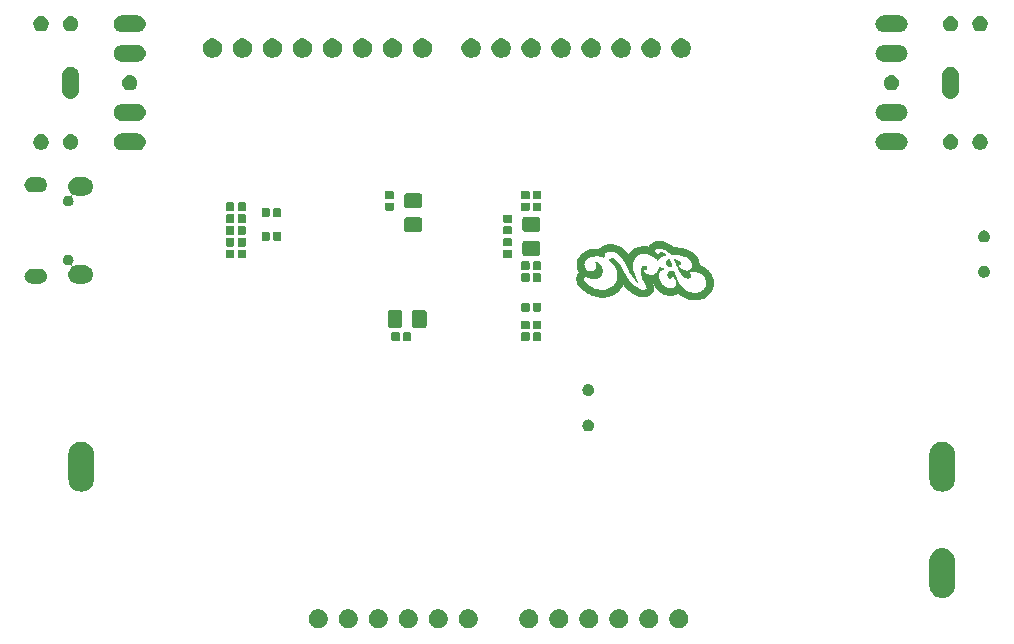
<source format=gbr>
G04 #@! TF.GenerationSoftware,KiCad,Pcbnew,(5.0.1)-3*
G04 #@! TF.CreationDate,2021-08-06T18:40:02+02:00*
G04 #@! TF.ProjectId,Guitar DSP,477569746172204453502E6B69636164,rev?*
G04 #@! TF.SameCoordinates,Original*
G04 #@! TF.FileFunction,Soldermask,Bot*
G04 #@! TF.FilePolarity,Negative*
%FSLAX46Y46*%
G04 Gerber Fmt 4.6, Leading zero omitted, Abs format (unit mm)*
G04 Created by KiCad (PCBNEW (5.0.1)-3) date 06/08/2021 18:40:02*
%MOMM*%
%LPD*%
G01*
G04 APERTURE LIST*
%ADD10C,0.010000*%
%ADD11C,0.050800*%
G04 APERTURE END LIST*
D10*
G04 #@! TO.C,G\002A\002A\002A*
G36*
X135044060Y-111444565D02*
X134983660Y-111479517D01*
X134965892Y-111493698D01*
X134913591Y-111557881D01*
X134888993Y-111635029D01*
X134891460Y-111719563D01*
X134920357Y-111805904D01*
X134975047Y-111888473D01*
X135015675Y-111930065D01*
X135085413Y-111985600D01*
X135153002Y-112020554D01*
X135232633Y-112041207D01*
X135282860Y-112048303D01*
X135338272Y-112049721D01*
X135363255Y-112037437D01*
X135363914Y-112035974D01*
X135362702Y-112006443D01*
X135348950Y-111953053D01*
X135325276Y-111882231D01*
X135294302Y-111800401D01*
X135258648Y-111713989D01*
X135220934Y-111629419D01*
X135183781Y-111553117D01*
X135149809Y-111491508D01*
X135129152Y-111460336D01*
X135093497Y-111437980D01*
X135044060Y-111444565D01*
X135044060Y-111444565D01*
G37*
X135044060Y-111444565D02*
X134983660Y-111479517D01*
X134965892Y-111493698D01*
X134913591Y-111557881D01*
X134888993Y-111635029D01*
X134891460Y-111719563D01*
X134920357Y-111805904D01*
X134975047Y-111888473D01*
X135015675Y-111930065D01*
X135085413Y-111985600D01*
X135153002Y-112020554D01*
X135232633Y-112041207D01*
X135282860Y-112048303D01*
X135338272Y-112049721D01*
X135363255Y-112037437D01*
X135363914Y-112035974D01*
X135362702Y-112006443D01*
X135348950Y-111953053D01*
X135325276Y-111882231D01*
X135294302Y-111800401D01*
X135258648Y-111713989D01*
X135220934Y-111629419D01*
X135183781Y-111553117D01*
X135149809Y-111491508D01*
X135129152Y-111460336D01*
X135093497Y-111437980D01*
X135044060Y-111444565D01*
G36*
X134130573Y-109910567D02*
X134015663Y-109934683D01*
X133886138Y-109972463D01*
X133780002Y-110017466D01*
X133686839Y-110074881D01*
X133611757Y-110135808D01*
X133578474Y-110170126D01*
X133538999Y-110217335D01*
X133499457Y-110269175D01*
X133465974Y-110317388D01*
X133444675Y-110353715D01*
X133440267Y-110367022D01*
X133425916Y-110378707D01*
X133393700Y-110376512D01*
X133225069Y-110348792D01*
X133067292Y-110338401D01*
X132909205Y-110345559D01*
X132739646Y-110370482D01*
X132640091Y-110391245D01*
X132494072Y-110428650D01*
X132371347Y-110471006D01*
X132261349Y-110522788D01*
X132153509Y-110588473D01*
X132120111Y-110611479D01*
X131987870Y-110712662D01*
X131879745Y-110814396D01*
X131786943Y-110925225D01*
X131762699Y-110958775D01*
X131692835Y-111058373D01*
X131588651Y-110920082D01*
X131466164Y-110772249D01*
X131329849Y-110633571D01*
X131185980Y-110509375D01*
X131040831Y-110404991D01*
X130900674Y-110325745D01*
X130874904Y-110313872D01*
X130785182Y-110279995D01*
X130673854Y-110246694D01*
X130550994Y-110216191D01*
X130426676Y-110190707D01*
X130310975Y-110172463D01*
X130213964Y-110163682D01*
X130191756Y-110163222D01*
X130090403Y-110169289D01*
X129971565Y-110185776D01*
X129848031Y-110210155D01*
X129732589Y-110239897D01*
X129638030Y-110272471D01*
X129636823Y-110272974D01*
X129583189Y-110300420D01*
X129516003Y-110341797D01*
X129444924Y-110390360D01*
X129379611Y-110439365D01*
X129329721Y-110482068D01*
X129314134Y-110498294D01*
X129299186Y-110514484D01*
X129282633Y-110526129D01*
X129258869Y-110534121D01*
X129222288Y-110539351D01*
X129167286Y-110542710D01*
X129088256Y-110545092D01*
X129009334Y-110546782D01*
X128866273Y-110550949D01*
X128747977Y-110557870D01*
X128645378Y-110568851D01*
X128549404Y-110585197D01*
X128450986Y-110608213D01*
X128341054Y-110639203D01*
X128317265Y-110646358D01*
X128213529Y-110680154D01*
X128129712Y-110714031D01*
X128052423Y-110754169D01*
X127968269Y-110806749D01*
X127964921Y-110808965D01*
X127870029Y-110873726D01*
X127796456Y-110929414D01*
X127736013Y-110983572D01*
X127680508Y-111043742D01*
X127621751Y-111117468D01*
X127603284Y-111141992D01*
X127496612Y-111311485D01*
X127419283Y-111493297D01*
X127372801Y-111682919D01*
X127358650Y-111873715D01*
X127366015Y-111978849D01*
X127384262Y-112097317D01*
X127410833Y-112217803D01*
X127443168Y-112328990D01*
X127478710Y-112419562D01*
X127484921Y-112432161D01*
X127523968Y-112508255D01*
X127451232Y-112603897D01*
X127407098Y-112668927D01*
X127375693Y-112735180D01*
X127350480Y-112817189D01*
X127344567Y-112841069D01*
X127319673Y-112970574D01*
X127312568Y-113087143D01*
X127323262Y-113205646D01*
X127344867Y-113312800D01*
X127392754Y-113450413D01*
X127471530Y-113589304D01*
X127581734Y-113730079D01*
X127723906Y-113873348D01*
X127898588Y-114019719D01*
X128106320Y-114169800D01*
X128106383Y-114169842D01*
X128245347Y-114259832D01*
X128375500Y-114334039D01*
X128505104Y-114395968D01*
X128642421Y-114449122D01*
X128795712Y-114497005D01*
X128973239Y-114543121D01*
X129003733Y-114550401D01*
X129117154Y-114576432D01*
X129207044Y-114594744D01*
X129282525Y-114606620D01*
X129352717Y-114613340D01*
X129426738Y-114616184D01*
X129474858Y-114616563D01*
X129641345Y-114607644D01*
X129821707Y-114582340D01*
X130005482Y-114543080D01*
X130182208Y-114492296D01*
X130341421Y-114432419D01*
X130414059Y-114398372D01*
X130479922Y-114359981D01*
X130561597Y-114305304D01*
X130650041Y-114241055D01*
X130736208Y-114173948D01*
X130811052Y-114110698D01*
X130847642Y-114076524D01*
X130900676Y-114019073D01*
X130963117Y-113943662D01*
X131029334Y-113857942D01*
X131093696Y-113769570D01*
X131150573Y-113686197D01*
X131194335Y-113615477D01*
X131213277Y-113579500D01*
X131233957Y-113540185D01*
X131250167Y-113518273D01*
X131253563Y-113516602D01*
X131267541Y-113529696D01*
X131296109Y-113564326D01*
X131334332Y-113614354D01*
X131356703Y-113644856D01*
X131470257Y-113784948D01*
X131606233Y-113924915D01*
X131758496Y-114060115D01*
X131920906Y-114185904D01*
X132087327Y-114297640D01*
X132251623Y-114390681D01*
X132407654Y-114460383D01*
X132458134Y-114478070D01*
X132623753Y-114527680D01*
X132766577Y-114561283D01*
X132893329Y-114579474D01*
X133010731Y-114582847D01*
X133125506Y-114571996D01*
X133244061Y-114547597D01*
X133403466Y-114492921D01*
X133537831Y-114415486D01*
X133647464Y-114314988D01*
X133732677Y-114191122D01*
X133793779Y-114043586D01*
X133807031Y-113996339D01*
X133847495Y-113836986D01*
X133811623Y-113684191D01*
X133789265Y-113601738D01*
X133761792Y-113518650D01*
X133734265Y-113449874D01*
X133727535Y-113435808D01*
X133699321Y-113375353D01*
X133689492Y-113338272D01*
X133698424Y-113319255D01*
X133726491Y-113312994D01*
X133736239Y-113312800D01*
X133761666Y-113318270D01*
X133780830Y-113339719D01*
X133799606Y-113384709D01*
X133805314Y-113401700D01*
X133863391Y-113542431D01*
X133946289Y-113690741D01*
X134048832Y-113838489D01*
X134165843Y-113977534D01*
X134183174Y-113995936D01*
X134249492Y-114058144D01*
X134333342Y-114126241D01*
X134426465Y-114194481D01*
X134520605Y-114257120D01*
X134607504Y-114308412D01*
X134678907Y-114342612D01*
X134684413Y-114344700D01*
X134775689Y-114374951D01*
X134879142Y-114403844D01*
X134985446Y-114429278D01*
X135085274Y-114449153D01*
X135169300Y-114461370D01*
X135215257Y-114464245D01*
X135276583Y-114459569D01*
X135360193Y-114446956D01*
X135456042Y-114428556D01*
X135554086Y-114406522D01*
X135644280Y-114383007D01*
X135716580Y-114360161D01*
X135735861Y-114352696D01*
X135790992Y-114326388D01*
X135841006Y-114297355D01*
X135848045Y-114292547D01*
X135893623Y-114260168D01*
X136025845Y-114366549D01*
X136193501Y-114492523D01*
X136355573Y-114594204D01*
X136520300Y-114675266D01*
X136695922Y-114739382D01*
X136890678Y-114790225D01*
X137042435Y-114819823D01*
X137179264Y-114840317D01*
X137296047Y-114849687D01*
X137404588Y-114848316D01*
X137516695Y-114836588D01*
X137524458Y-114835466D01*
X137649890Y-114813260D01*
X137776655Y-114784065D01*
X137894559Y-114750616D01*
X137993405Y-114715644D01*
X138028523Y-114700341D01*
X138188811Y-114610390D01*
X138344717Y-114496459D01*
X138486982Y-114366284D01*
X138606348Y-114227604D01*
X138625064Y-114201800D01*
X138685957Y-114110976D01*
X138731721Y-114030316D01*
X138767377Y-113948517D01*
X138797947Y-113854275D01*
X138824347Y-113753232D01*
X138855165Y-113606889D01*
X138871482Y-113472988D01*
X138872459Y-113375255D01*
X138314249Y-113375255D01*
X138305381Y-113535016D01*
X138269565Y-113687993D01*
X138211172Y-113819471D01*
X138127932Y-113936033D01*
X138018605Y-114044337D01*
X137890899Y-114138343D01*
X137752521Y-114212013D01*
X137670668Y-114242962D01*
X137558403Y-114268332D01*
X137424455Y-114281676D01*
X137278857Y-114282856D01*
X137131638Y-114271731D01*
X137010898Y-114252116D01*
X136806352Y-114191964D01*
X136611049Y-114100225D01*
X136426817Y-113978355D01*
X136255486Y-113827810D01*
X136098884Y-113650049D01*
X135958842Y-113446529D01*
X135922998Y-113385394D01*
X135860468Y-113269380D01*
X135792140Y-113133323D01*
X135722563Y-112987036D01*
X135656284Y-112840336D01*
X135597852Y-112703036D01*
X135551815Y-112584953D01*
X135550918Y-112582484D01*
X135493342Y-112423800D01*
X135371936Y-112426158D01*
X135253076Y-112439064D01*
X135159605Y-112473192D01*
X135089881Y-112529356D01*
X135053167Y-112584479D01*
X135020884Y-112678008D01*
X135021578Y-112769726D01*
X135046896Y-112847834D01*
X135083895Y-112908573D01*
X135132373Y-112960632D01*
X135183732Y-112996296D01*
X135225408Y-113008000D01*
X135272604Y-112992241D01*
X135310547Y-112949212D01*
X135333901Y-112885280D01*
X135335436Y-112876711D01*
X135345585Y-112834420D01*
X135364603Y-112815064D01*
X135402434Y-112807816D01*
X135456999Y-112818649D01*
X135515313Y-112857963D01*
X135574013Y-112921127D01*
X135629736Y-113003511D01*
X135679121Y-113100483D01*
X135718805Y-113207414D01*
X135734388Y-113264984D01*
X135753650Y-113364886D01*
X135758182Y-113447741D01*
X135747956Y-113527011D01*
X135733778Y-113581669D01*
X135686311Y-113686337D01*
X135614146Y-113771694D01*
X135521086Y-113836721D01*
X135410934Y-113880397D01*
X135287495Y-113901703D01*
X135154570Y-113899620D01*
X135015965Y-113873129D01*
X134875482Y-113821209D01*
X134862667Y-113815154D01*
X134791988Y-113774891D01*
X134717237Y-113718916D01*
X134631856Y-113642124D01*
X134598305Y-113609443D01*
X134525378Y-113534923D01*
X134471441Y-113472968D01*
X134429540Y-113414379D01*
X134392722Y-113349953D01*
X134374107Y-113312800D01*
X134315788Y-113179520D01*
X134277898Y-113057663D01*
X134257278Y-112934353D01*
X134250863Y-112810745D01*
X134256435Y-112680084D01*
X134277471Y-112573774D01*
X134315802Y-112485164D01*
X134356596Y-112426813D01*
X134400032Y-112383739D01*
X134457099Y-112339688D01*
X134518181Y-112300803D01*
X134573663Y-112273227D01*
X134612900Y-112263092D01*
X134637959Y-112251073D01*
X134642533Y-112237533D01*
X134628539Y-112216586D01*
X134610445Y-112212133D01*
X134581273Y-112204802D01*
X134531261Y-112185256D01*
X134469479Y-112157165D01*
X134445694Y-112145462D01*
X134385703Y-112116435D01*
X134338106Y-112095516D01*
X134310156Y-112085801D01*
X134305976Y-112085847D01*
X134299601Y-112105196D01*
X134290817Y-112147295D01*
X134284870Y-112182151D01*
X134269912Y-112242660D01*
X134243919Y-112317079D01*
X134212386Y-112389760D01*
X134210875Y-112392839D01*
X134130969Y-112520125D01*
X134031475Y-112621206D01*
X133915243Y-112695246D01*
X133785123Y-112741408D01*
X133643964Y-112758856D01*
X133494616Y-112746751D01*
X133339929Y-112704258D01*
X133261860Y-112671535D01*
X133171923Y-112620720D01*
X133090587Y-112558540D01*
X133023119Y-112490563D01*
X132974784Y-112422355D01*
X132950847Y-112359482D01*
X132949200Y-112341017D01*
X132962451Y-112299484D01*
X133000004Y-112279154D01*
X133058560Y-112281606D01*
X133068508Y-112283923D01*
X133117494Y-112293058D01*
X133151577Y-112287450D01*
X133183279Y-112267839D01*
X133214841Y-112235484D01*
X133230022Y-112191419D01*
X133233660Y-112157876D01*
X133234023Y-112108181D01*
X133222335Y-112074323D01*
X133191929Y-112040778D01*
X133178037Y-112028346D01*
X133108300Y-111986342D01*
X133034521Y-111974904D01*
X132961771Y-111991981D01*
X132895121Y-112035522D01*
X132839642Y-112103476D01*
X132804939Y-112179253D01*
X132787212Y-112260770D01*
X132778636Y-112364423D01*
X132779420Y-112479682D01*
X132789770Y-112596019D01*
X132795930Y-112636437D01*
X132821202Y-112759225D01*
X132855891Y-112884027D01*
X132901845Y-113015468D01*
X132960914Y-113158172D01*
X133034946Y-113316765D01*
X133125790Y-113495873D01*
X133181369Y-113600666D01*
X133229169Y-113692622D01*
X133260370Y-113761841D01*
X133276331Y-113814297D01*
X133278411Y-113855967D01*
X133267968Y-113892827D01*
X133253800Y-113919185D01*
X133209249Y-113969850D01*
X133146177Y-114002961D01*
X133059902Y-114020292D01*
X132976928Y-114024000D01*
X132825096Y-114008558D01*
X132665076Y-113963961D01*
X132500470Y-113892800D01*
X132334883Y-113797667D01*
X132171917Y-113681154D01*
X132015175Y-113545854D01*
X131868261Y-113394358D01*
X131734778Y-113229258D01*
X131618329Y-113053146D01*
X131611793Y-113041995D01*
X131584524Y-112994222D01*
X131544473Y-112922864D01*
X131495061Y-112834075D01*
X131439709Y-112734008D01*
X131381838Y-112628818D01*
X131361107Y-112590992D01*
X131227316Y-112350931D01*
X131104944Y-112140858D01*
X130992799Y-111959332D01*
X130889688Y-111804910D01*
X130794420Y-111676149D01*
X130705804Y-111571606D01*
X130622647Y-111489840D01*
X130543758Y-111429407D01*
X130467945Y-111388865D01*
X130394016Y-111366772D01*
X130345440Y-111361588D01*
X130304375Y-111365578D01*
X130249327Y-111377626D01*
X130189384Y-111394808D01*
X130133635Y-111414200D01*
X130091169Y-111432876D01*
X130071074Y-111447915D01*
X130070533Y-111450033D01*
X130082691Y-111465554D01*
X130115338Y-111497110D01*
X130162737Y-111539312D01*
X130193300Y-111565348D01*
X130335442Y-111698903D01*
X130466383Y-111849620D01*
X130579817Y-112009217D01*
X130669437Y-112169413D01*
X130692881Y-112221400D01*
X130746823Y-112367256D01*
X130782118Y-112509202D01*
X130801030Y-112659275D01*
X130805878Y-112821733D01*
X130804524Y-112921228D01*
X130800918Y-112996414D01*
X130793855Y-113056833D01*
X130782129Y-113112028D01*
X130764534Y-113171540D01*
X130759875Y-113185800D01*
X130693513Y-113340366D01*
X130598935Y-113492927D01*
X130481301Y-113635727D01*
X130419881Y-113696924D01*
X130267394Y-113819442D01*
X130100037Y-113914950D01*
X129914241Y-113985104D01*
X129706437Y-114031555D01*
X129693198Y-114033624D01*
X129486878Y-114048743D01*
X129272477Y-114033704D01*
X129054051Y-113989964D01*
X128835658Y-113918980D01*
X128621356Y-113822212D01*
X128415200Y-113701116D01*
X128221248Y-113557150D01*
X128121336Y-113468832D01*
X128027030Y-113375535D01*
X127957531Y-113295284D01*
X127909113Y-113222881D01*
X127878049Y-113153128D01*
X127867017Y-113114034D01*
X127860383Y-113029644D01*
X127882871Y-112961915D01*
X127934069Y-112911756D01*
X127966444Y-112895124D01*
X128012607Y-112881368D01*
X128064614Y-112878332D01*
X128127637Y-112887007D01*
X128206846Y-112908381D01*
X128307413Y-112943444D01*
X128393974Y-112976937D01*
X128497444Y-113016331D01*
X128579890Y-113043166D01*
X128650600Y-113059988D01*
X128718863Y-113069345D01*
X128736217Y-113070785D01*
X128901588Y-113070004D01*
X129048113Y-113041446D01*
X129176807Y-112984764D01*
X129288684Y-112899612D01*
X129314300Y-112873668D01*
X129377042Y-112799503D01*
X129421081Y-112727516D01*
X129449815Y-112648614D01*
X129466640Y-112553705D01*
X129474503Y-112444887D01*
X129472146Y-112284588D01*
X129449227Y-112147356D01*
X129404047Y-112028127D01*
X129334903Y-111921840D01*
X129277493Y-111858471D01*
X129225701Y-111813692D01*
X129161714Y-111767698D01*
X129093988Y-111725553D01*
X129030979Y-111692322D01*
X128981145Y-111673071D01*
X128963263Y-111670267D01*
X128942934Y-111675113D01*
X128938339Y-111693173D01*
X128950132Y-111729725D01*
X128977825Y-111787796D01*
X129014899Y-111896323D01*
X129022781Y-111969267D01*
X129013479Y-112100282D01*
X128976246Y-112212337D01*
X128910467Y-112306491D01*
X128815529Y-112383802D01*
X128765948Y-112411948D01*
X128714167Y-112437492D01*
X128673013Y-112453446D01*
X128631984Y-112461689D01*
X128580584Y-112464100D01*
X128508311Y-112462559D01*
X128487267Y-112461831D01*
X128397942Y-112456933D01*
X128333020Y-112448526D01*
X128283085Y-112434918D01*
X128246438Y-112418546D01*
X128127509Y-112338647D01*
X128034140Y-112237792D01*
X127968035Y-112119062D01*
X127930894Y-111985536D01*
X127924420Y-111840296D01*
X127924683Y-111836291D01*
X127950546Y-111684193D01*
X128006097Y-111548258D01*
X128091166Y-111428663D01*
X128205583Y-111325589D01*
X128349177Y-111239214D01*
X128521780Y-111169716D01*
X128572778Y-111154030D01*
X128706028Y-111126118D01*
X128860397Y-111111337D01*
X129026150Y-111109284D01*
X129193549Y-111119552D01*
X129352858Y-111141735D01*
X129494340Y-111175430D01*
X129550936Y-111194753D01*
X129602435Y-111211319D01*
X129629667Y-111208751D01*
X129638117Y-111184093D01*
X129635417Y-111149242D01*
X129637276Y-111045831D01*
X129670810Y-110952074D01*
X129734677Y-110870072D01*
X129827538Y-110801926D01*
X129871111Y-110779657D01*
X129919451Y-110758549D01*
X129961427Y-110744542D01*
X130006156Y-110736191D01*
X130062752Y-110732050D01*
X130140330Y-110730674D01*
X130180600Y-110730573D01*
X130281753Y-110731982D01*
X130359711Y-110737150D01*
X130425053Y-110747310D01*
X130488355Y-110763692D01*
X130502333Y-110768023D01*
X130662214Y-110833666D01*
X130812965Y-110927326D01*
X130959102Y-111051838D01*
X130968141Y-111060667D01*
X131050052Y-111145097D01*
X131127081Y-111233303D01*
X131201482Y-111328836D01*
X131275507Y-111435245D01*
X131351409Y-111556079D01*
X131431440Y-111694889D01*
X131517854Y-111855224D01*
X131612903Y-112040635D01*
X131695068Y-112206133D01*
X131804125Y-112422633D01*
X131904649Y-112610701D01*
X131995909Y-112769006D01*
X132062539Y-112874505D01*
X132123804Y-112962729D01*
X132190211Y-113051746D01*
X132258055Y-113137255D01*
X132323629Y-113214957D01*
X132383226Y-113280552D01*
X132433139Y-113329740D01*
X132469662Y-113358223D01*
X132484183Y-113363600D01*
X132484187Y-113349347D01*
X132469648Y-113309087D01*
X132442195Y-113246570D01*
X132403455Y-113165545D01*
X132364671Y-113088433D01*
X132314502Y-112988807D01*
X132265609Y-112888544D01*
X132221909Y-112795909D01*
X132187324Y-112719168D01*
X132170593Y-112679220D01*
X132109490Y-112499371D01*
X132063685Y-112311007D01*
X132034178Y-112121891D01*
X132021969Y-111939782D01*
X132028059Y-111772443D01*
X132041616Y-111678733D01*
X132091545Y-111507038D01*
X132169323Y-111350918D01*
X132272106Y-111213315D01*
X132397052Y-111097172D01*
X132541316Y-111005433D01*
X132702057Y-110941039D01*
X132771400Y-110923367D01*
X132849716Y-110912011D01*
X132948834Y-110905455D01*
X133057381Y-110903690D01*
X133163981Y-110906706D01*
X133257260Y-110914494D01*
X133313267Y-110923831D01*
X133479513Y-110975323D01*
X133643685Y-111050778D01*
X133798925Y-111145660D01*
X133938373Y-111255432D01*
X134055170Y-111375557D01*
X134112834Y-111452688D01*
X134146059Y-111498317D01*
X134168155Y-111514818D01*
X134183051Y-111503393D01*
X134191937Y-111476928D01*
X134208221Y-111444373D01*
X134241297Y-111397556D01*
X134284172Y-111346323D01*
X134286487Y-111343779D01*
X134386092Y-111255560D01*
X134509872Y-111179283D01*
X134648825Y-111120097D01*
X134710482Y-111101322D01*
X134768811Y-111084319D01*
X134814290Y-111068556D01*
X134836309Y-111057912D01*
X134837678Y-111037229D01*
X134814638Y-111005271D01*
X134772541Y-110966920D01*
X134716742Y-110927060D01*
X134653114Y-110890832D01*
X134574004Y-110858885D01*
X134499629Y-110842470D01*
X134437480Y-110842325D01*
X134395046Y-110859189D01*
X134389432Y-110864851D01*
X134369839Y-110899401D01*
X134356853Y-110935522D01*
X134338474Y-110978946D01*
X134308274Y-111001482D01*
X134259836Y-111005394D01*
X134191266Y-110993966D01*
X134125968Y-110975066D01*
X134074358Y-110946941D01*
X134020998Y-110900840D01*
X134013008Y-110892951D01*
X133955111Y-110826699D01*
X133924119Y-110766754D01*
X133916562Y-110704444D01*
X133921482Y-110664160D01*
X133946095Y-110608249D01*
X133994007Y-110551648D01*
X134055973Y-110503038D01*
X134122747Y-110471100D01*
X134129102Y-110469221D01*
X134216760Y-110454677D01*
X134323820Y-110451769D01*
X134438049Y-110460036D01*
X134547218Y-110479015D01*
X134574677Y-110486037D01*
X134719485Y-110535066D01*
X134851762Y-110600119D01*
X134979329Y-110685914D01*
X135110005Y-110797164D01*
X135143571Y-110829017D01*
X135317756Y-110997331D01*
X135483911Y-110994330D01*
X135740822Y-110999665D01*
X135982727Y-111024623D01*
X136207531Y-111068341D01*
X136413137Y-111129958D01*
X136597447Y-111208612D01*
X136758366Y-111303443D01*
X136893794Y-111413588D01*
X137001637Y-111538186D01*
X137064727Y-111643775D01*
X137109977Y-111764821D01*
X137131229Y-111890382D01*
X137127882Y-112011756D01*
X137099337Y-112120239D01*
X137097786Y-112123901D01*
X137036244Y-112226221D01*
X136951028Y-112308055D01*
X136846848Y-112367392D01*
X136728413Y-112402219D01*
X136600433Y-112410525D01*
X136471666Y-112391348D01*
X136365877Y-112355516D01*
X136262122Y-112304618D01*
X136165341Y-112242728D01*
X136080474Y-112173919D01*
X136012461Y-112102267D01*
X135966243Y-112031844D01*
X135946759Y-111966725D01*
X135946446Y-111958202D01*
X135951152Y-111916630D01*
X135971091Y-111888807D01*
X136008525Y-111865000D01*
X136051997Y-111837104D01*
X136082838Y-111809925D01*
X136087172Y-111804121D01*
X136096277Y-111758860D01*
X136079740Y-111701624D01*
X136039739Y-111639754D01*
X136037686Y-111637292D01*
X136000636Y-111603733D01*
X135946396Y-111567603D01*
X135880999Y-111531441D01*
X135810476Y-111497784D01*
X135740859Y-111469172D01*
X135678179Y-111448141D01*
X135628470Y-111437232D01*
X135597761Y-111438982D01*
X135590800Y-111449233D01*
X135598219Y-111470849D01*
X135618555Y-111516308D01*
X135648930Y-111579496D01*
X135686464Y-111654299D01*
X135697345Y-111675485D01*
X135739499Y-111758582D01*
X135791388Y-111863059D01*
X135848446Y-111979596D01*
X135906109Y-112098875D01*
X135955533Y-112202526D01*
X136040320Y-112376477D01*
X136116875Y-112521377D01*
X136187430Y-112640383D01*
X136254220Y-112736653D01*
X136319479Y-112813345D01*
X136385440Y-112873617D01*
X136454338Y-112920625D01*
X136469707Y-112929280D01*
X136584785Y-112978617D01*
X136692061Y-112998062D01*
X136789084Y-112987699D01*
X136873402Y-112947615D01*
X136912606Y-112913829D01*
X136952921Y-112860900D01*
X136966663Y-112808237D01*
X136953658Y-112749296D01*
X136913730Y-112677536D01*
X136905956Y-112666057D01*
X136866568Y-112604252D01*
X136848461Y-112559425D01*
X136850620Y-112523058D01*
X136872030Y-112486638D01*
X136882981Y-112473349D01*
X136908641Y-112448720D01*
X136940122Y-112433052D01*
X136987208Y-112422950D01*
X137048081Y-112416086D01*
X137235121Y-112412227D01*
X137421753Y-112434071D01*
X137600187Y-112479910D01*
X137762632Y-112548036D01*
X137832338Y-112587961D01*
X137911435Y-112645008D01*
X137996141Y-112717571D01*
X138077189Y-112796756D01*
X138145313Y-112873669D01*
X138181414Y-112923044D01*
X138252040Y-113062492D01*
X138296394Y-113215488D01*
X138314249Y-113375255D01*
X138872459Y-113375255D01*
X138872775Y-113343672D01*
X138858522Y-113211086D01*
X138828198Y-113067373D01*
X138781281Y-112904676D01*
X138764379Y-112852464D01*
X138721146Y-112750054D01*
X138657385Y-112636555D01*
X138579280Y-112521701D01*
X138493015Y-112415223D01*
X138471796Y-112392008D01*
X138395202Y-112319262D01*
X138300665Y-112243227D01*
X138194793Y-112167996D01*
X138084191Y-112097663D01*
X137975463Y-112036321D01*
X137875217Y-111988063D01*
X137790057Y-111956984D01*
X137757868Y-111949599D01*
X137714715Y-111940012D01*
X137695507Y-111923948D01*
X137690563Y-111890874D01*
X137690415Y-111876211D01*
X137685192Y-111820042D01*
X137671273Y-111742082D01*
X137651045Y-111652546D01*
X137626891Y-111561646D01*
X137601198Y-111479595D01*
X137591542Y-111452898D01*
X137524595Y-111316806D01*
X137428950Y-111179904D01*
X137309381Y-111046537D01*
X137170662Y-110921052D01*
X137017566Y-110807795D01*
X136854868Y-110711111D01*
X136697980Y-110639433D01*
X136574428Y-110596944D01*
X136429119Y-110555985D01*
X136270722Y-110518274D01*
X136107904Y-110485530D01*
X135949335Y-110459471D01*
X135803682Y-110441816D01*
X135679613Y-110434284D01*
X135662506Y-110434133D01*
X135605629Y-110432990D01*
X135565611Y-110426362D01*
X135530593Y-110409452D01*
X135488717Y-110377464D01*
X135458230Y-110351504D01*
X135286446Y-110216018D01*
X135117168Y-110108914D01*
X134942998Y-110026189D01*
X134756538Y-109963839D01*
X134727788Y-109956187D01*
X134558271Y-109918163D01*
X134408263Y-109898067D01*
X134268714Y-109895626D01*
X134130573Y-109910567D01*
X134130573Y-109910567D01*
G37*
X134130573Y-109910567D02*
X134015663Y-109934683D01*
X133886138Y-109972463D01*
X133780002Y-110017466D01*
X133686839Y-110074881D01*
X133611757Y-110135808D01*
X133578474Y-110170126D01*
X133538999Y-110217335D01*
X133499457Y-110269175D01*
X133465974Y-110317388D01*
X133444675Y-110353715D01*
X133440267Y-110367022D01*
X133425916Y-110378707D01*
X133393700Y-110376512D01*
X133225069Y-110348792D01*
X133067292Y-110338401D01*
X132909205Y-110345559D01*
X132739646Y-110370482D01*
X132640091Y-110391245D01*
X132494072Y-110428650D01*
X132371347Y-110471006D01*
X132261349Y-110522788D01*
X132153509Y-110588473D01*
X132120111Y-110611479D01*
X131987870Y-110712662D01*
X131879745Y-110814396D01*
X131786943Y-110925225D01*
X131762699Y-110958775D01*
X131692835Y-111058373D01*
X131588651Y-110920082D01*
X131466164Y-110772249D01*
X131329849Y-110633571D01*
X131185980Y-110509375D01*
X131040831Y-110404991D01*
X130900674Y-110325745D01*
X130874904Y-110313872D01*
X130785182Y-110279995D01*
X130673854Y-110246694D01*
X130550994Y-110216191D01*
X130426676Y-110190707D01*
X130310975Y-110172463D01*
X130213964Y-110163682D01*
X130191756Y-110163222D01*
X130090403Y-110169289D01*
X129971565Y-110185776D01*
X129848031Y-110210155D01*
X129732589Y-110239897D01*
X129638030Y-110272471D01*
X129636823Y-110272974D01*
X129583189Y-110300420D01*
X129516003Y-110341797D01*
X129444924Y-110390360D01*
X129379611Y-110439365D01*
X129329721Y-110482068D01*
X129314134Y-110498294D01*
X129299186Y-110514484D01*
X129282633Y-110526129D01*
X129258869Y-110534121D01*
X129222288Y-110539351D01*
X129167286Y-110542710D01*
X129088256Y-110545092D01*
X129009334Y-110546782D01*
X128866273Y-110550949D01*
X128747977Y-110557870D01*
X128645378Y-110568851D01*
X128549404Y-110585197D01*
X128450986Y-110608213D01*
X128341054Y-110639203D01*
X128317265Y-110646358D01*
X128213529Y-110680154D01*
X128129712Y-110714031D01*
X128052423Y-110754169D01*
X127968269Y-110806749D01*
X127964921Y-110808965D01*
X127870029Y-110873726D01*
X127796456Y-110929414D01*
X127736013Y-110983572D01*
X127680508Y-111043742D01*
X127621751Y-111117468D01*
X127603284Y-111141992D01*
X127496612Y-111311485D01*
X127419283Y-111493297D01*
X127372801Y-111682919D01*
X127358650Y-111873715D01*
X127366015Y-111978849D01*
X127384262Y-112097317D01*
X127410833Y-112217803D01*
X127443168Y-112328990D01*
X127478710Y-112419562D01*
X127484921Y-112432161D01*
X127523968Y-112508255D01*
X127451232Y-112603897D01*
X127407098Y-112668927D01*
X127375693Y-112735180D01*
X127350480Y-112817189D01*
X127344567Y-112841069D01*
X127319673Y-112970574D01*
X127312568Y-113087143D01*
X127323262Y-113205646D01*
X127344867Y-113312800D01*
X127392754Y-113450413D01*
X127471530Y-113589304D01*
X127581734Y-113730079D01*
X127723906Y-113873348D01*
X127898588Y-114019719D01*
X128106320Y-114169800D01*
X128106383Y-114169842D01*
X128245347Y-114259832D01*
X128375500Y-114334039D01*
X128505104Y-114395968D01*
X128642421Y-114449122D01*
X128795712Y-114497005D01*
X128973239Y-114543121D01*
X129003733Y-114550401D01*
X129117154Y-114576432D01*
X129207044Y-114594744D01*
X129282525Y-114606620D01*
X129352717Y-114613340D01*
X129426738Y-114616184D01*
X129474858Y-114616563D01*
X129641345Y-114607644D01*
X129821707Y-114582340D01*
X130005482Y-114543080D01*
X130182208Y-114492296D01*
X130341421Y-114432419D01*
X130414059Y-114398372D01*
X130479922Y-114359981D01*
X130561597Y-114305304D01*
X130650041Y-114241055D01*
X130736208Y-114173948D01*
X130811052Y-114110698D01*
X130847642Y-114076524D01*
X130900676Y-114019073D01*
X130963117Y-113943662D01*
X131029334Y-113857942D01*
X131093696Y-113769570D01*
X131150573Y-113686197D01*
X131194335Y-113615477D01*
X131213277Y-113579500D01*
X131233957Y-113540185D01*
X131250167Y-113518273D01*
X131253563Y-113516602D01*
X131267541Y-113529696D01*
X131296109Y-113564326D01*
X131334332Y-113614354D01*
X131356703Y-113644856D01*
X131470257Y-113784948D01*
X131606233Y-113924915D01*
X131758496Y-114060115D01*
X131920906Y-114185904D01*
X132087327Y-114297640D01*
X132251623Y-114390681D01*
X132407654Y-114460383D01*
X132458134Y-114478070D01*
X132623753Y-114527680D01*
X132766577Y-114561283D01*
X132893329Y-114579474D01*
X133010731Y-114582847D01*
X133125506Y-114571996D01*
X133244061Y-114547597D01*
X133403466Y-114492921D01*
X133537831Y-114415486D01*
X133647464Y-114314988D01*
X133732677Y-114191122D01*
X133793779Y-114043586D01*
X133807031Y-113996339D01*
X133847495Y-113836986D01*
X133811623Y-113684191D01*
X133789265Y-113601738D01*
X133761792Y-113518650D01*
X133734265Y-113449874D01*
X133727535Y-113435808D01*
X133699321Y-113375353D01*
X133689492Y-113338272D01*
X133698424Y-113319255D01*
X133726491Y-113312994D01*
X133736239Y-113312800D01*
X133761666Y-113318270D01*
X133780830Y-113339719D01*
X133799606Y-113384709D01*
X133805314Y-113401700D01*
X133863391Y-113542431D01*
X133946289Y-113690741D01*
X134048832Y-113838489D01*
X134165843Y-113977534D01*
X134183174Y-113995936D01*
X134249492Y-114058144D01*
X134333342Y-114126241D01*
X134426465Y-114194481D01*
X134520605Y-114257120D01*
X134607504Y-114308412D01*
X134678907Y-114342612D01*
X134684413Y-114344700D01*
X134775689Y-114374951D01*
X134879142Y-114403844D01*
X134985446Y-114429278D01*
X135085274Y-114449153D01*
X135169300Y-114461370D01*
X135215257Y-114464245D01*
X135276583Y-114459569D01*
X135360193Y-114446956D01*
X135456042Y-114428556D01*
X135554086Y-114406522D01*
X135644280Y-114383007D01*
X135716580Y-114360161D01*
X135735861Y-114352696D01*
X135790992Y-114326388D01*
X135841006Y-114297355D01*
X135848045Y-114292547D01*
X135893623Y-114260168D01*
X136025845Y-114366549D01*
X136193501Y-114492523D01*
X136355573Y-114594204D01*
X136520300Y-114675266D01*
X136695922Y-114739382D01*
X136890678Y-114790225D01*
X137042435Y-114819823D01*
X137179264Y-114840317D01*
X137296047Y-114849687D01*
X137404588Y-114848316D01*
X137516695Y-114836588D01*
X137524458Y-114835466D01*
X137649890Y-114813260D01*
X137776655Y-114784065D01*
X137894559Y-114750616D01*
X137993405Y-114715644D01*
X138028523Y-114700341D01*
X138188811Y-114610390D01*
X138344717Y-114496459D01*
X138486982Y-114366284D01*
X138606348Y-114227604D01*
X138625064Y-114201800D01*
X138685957Y-114110976D01*
X138731721Y-114030316D01*
X138767377Y-113948517D01*
X138797947Y-113854275D01*
X138824347Y-113753232D01*
X138855165Y-113606889D01*
X138871482Y-113472988D01*
X138872459Y-113375255D01*
X138314249Y-113375255D01*
X138305381Y-113535016D01*
X138269565Y-113687993D01*
X138211172Y-113819471D01*
X138127932Y-113936033D01*
X138018605Y-114044337D01*
X137890899Y-114138343D01*
X137752521Y-114212013D01*
X137670668Y-114242962D01*
X137558403Y-114268332D01*
X137424455Y-114281676D01*
X137278857Y-114282856D01*
X137131638Y-114271731D01*
X137010898Y-114252116D01*
X136806352Y-114191964D01*
X136611049Y-114100225D01*
X136426817Y-113978355D01*
X136255486Y-113827810D01*
X136098884Y-113650049D01*
X135958842Y-113446529D01*
X135922998Y-113385394D01*
X135860468Y-113269380D01*
X135792140Y-113133323D01*
X135722563Y-112987036D01*
X135656284Y-112840336D01*
X135597852Y-112703036D01*
X135551815Y-112584953D01*
X135550918Y-112582484D01*
X135493342Y-112423800D01*
X135371936Y-112426158D01*
X135253076Y-112439064D01*
X135159605Y-112473192D01*
X135089881Y-112529356D01*
X135053167Y-112584479D01*
X135020884Y-112678008D01*
X135021578Y-112769726D01*
X135046896Y-112847834D01*
X135083895Y-112908573D01*
X135132373Y-112960632D01*
X135183732Y-112996296D01*
X135225408Y-113008000D01*
X135272604Y-112992241D01*
X135310547Y-112949212D01*
X135333901Y-112885280D01*
X135335436Y-112876711D01*
X135345585Y-112834420D01*
X135364603Y-112815064D01*
X135402434Y-112807816D01*
X135456999Y-112818649D01*
X135515313Y-112857963D01*
X135574013Y-112921127D01*
X135629736Y-113003511D01*
X135679121Y-113100483D01*
X135718805Y-113207414D01*
X135734388Y-113264984D01*
X135753650Y-113364886D01*
X135758182Y-113447741D01*
X135747956Y-113527011D01*
X135733778Y-113581669D01*
X135686311Y-113686337D01*
X135614146Y-113771694D01*
X135521086Y-113836721D01*
X135410934Y-113880397D01*
X135287495Y-113901703D01*
X135154570Y-113899620D01*
X135015965Y-113873129D01*
X134875482Y-113821209D01*
X134862667Y-113815154D01*
X134791988Y-113774891D01*
X134717237Y-113718916D01*
X134631856Y-113642124D01*
X134598305Y-113609443D01*
X134525378Y-113534923D01*
X134471441Y-113472968D01*
X134429540Y-113414379D01*
X134392722Y-113349953D01*
X134374107Y-113312800D01*
X134315788Y-113179520D01*
X134277898Y-113057663D01*
X134257278Y-112934353D01*
X134250863Y-112810745D01*
X134256435Y-112680084D01*
X134277471Y-112573774D01*
X134315802Y-112485164D01*
X134356596Y-112426813D01*
X134400032Y-112383739D01*
X134457099Y-112339688D01*
X134518181Y-112300803D01*
X134573663Y-112273227D01*
X134612900Y-112263092D01*
X134637959Y-112251073D01*
X134642533Y-112237533D01*
X134628539Y-112216586D01*
X134610445Y-112212133D01*
X134581273Y-112204802D01*
X134531261Y-112185256D01*
X134469479Y-112157165D01*
X134445694Y-112145462D01*
X134385703Y-112116435D01*
X134338106Y-112095516D01*
X134310156Y-112085801D01*
X134305976Y-112085847D01*
X134299601Y-112105196D01*
X134290817Y-112147295D01*
X134284870Y-112182151D01*
X134269912Y-112242660D01*
X134243919Y-112317079D01*
X134212386Y-112389760D01*
X134210875Y-112392839D01*
X134130969Y-112520125D01*
X134031475Y-112621206D01*
X133915243Y-112695246D01*
X133785123Y-112741408D01*
X133643964Y-112758856D01*
X133494616Y-112746751D01*
X133339929Y-112704258D01*
X133261860Y-112671535D01*
X133171923Y-112620720D01*
X133090587Y-112558540D01*
X133023119Y-112490563D01*
X132974784Y-112422355D01*
X132950847Y-112359482D01*
X132949200Y-112341017D01*
X132962451Y-112299484D01*
X133000004Y-112279154D01*
X133058560Y-112281606D01*
X133068508Y-112283923D01*
X133117494Y-112293058D01*
X133151577Y-112287450D01*
X133183279Y-112267839D01*
X133214841Y-112235484D01*
X133230022Y-112191419D01*
X133233660Y-112157876D01*
X133234023Y-112108181D01*
X133222335Y-112074323D01*
X133191929Y-112040778D01*
X133178037Y-112028346D01*
X133108300Y-111986342D01*
X133034521Y-111974904D01*
X132961771Y-111991981D01*
X132895121Y-112035522D01*
X132839642Y-112103476D01*
X132804939Y-112179253D01*
X132787212Y-112260770D01*
X132778636Y-112364423D01*
X132779420Y-112479682D01*
X132789770Y-112596019D01*
X132795930Y-112636437D01*
X132821202Y-112759225D01*
X132855891Y-112884027D01*
X132901845Y-113015468D01*
X132960914Y-113158172D01*
X133034946Y-113316765D01*
X133125790Y-113495873D01*
X133181369Y-113600666D01*
X133229169Y-113692622D01*
X133260370Y-113761841D01*
X133276331Y-113814297D01*
X133278411Y-113855967D01*
X133267968Y-113892827D01*
X133253800Y-113919185D01*
X133209249Y-113969850D01*
X133146177Y-114002961D01*
X133059902Y-114020292D01*
X132976928Y-114024000D01*
X132825096Y-114008558D01*
X132665076Y-113963961D01*
X132500470Y-113892800D01*
X132334883Y-113797667D01*
X132171917Y-113681154D01*
X132015175Y-113545854D01*
X131868261Y-113394358D01*
X131734778Y-113229258D01*
X131618329Y-113053146D01*
X131611793Y-113041995D01*
X131584524Y-112994222D01*
X131544473Y-112922864D01*
X131495061Y-112834075D01*
X131439709Y-112734008D01*
X131381838Y-112628818D01*
X131361107Y-112590992D01*
X131227316Y-112350931D01*
X131104944Y-112140858D01*
X130992799Y-111959332D01*
X130889688Y-111804910D01*
X130794420Y-111676149D01*
X130705804Y-111571606D01*
X130622647Y-111489840D01*
X130543758Y-111429407D01*
X130467945Y-111388865D01*
X130394016Y-111366772D01*
X130345440Y-111361588D01*
X130304375Y-111365578D01*
X130249327Y-111377626D01*
X130189384Y-111394808D01*
X130133635Y-111414200D01*
X130091169Y-111432876D01*
X130071074Y-111447915D01*
X130070533Y-111450033D01*
X130082691Y-111465554D01*
X130115338Y-111497110D01*
X130162737Y-111539312D01*
X130193300Y-111565348D01*
X130335442Y-111698903D01*
X130466383Y-111849620D01*
X130579817Y-112009217D01*
X130669437Y-112169413D01*
X130692881Y-112221400D01*
X130746823Y-112367256D01*
X130782118Y-112509202D01*
X130801030Y-112659275D01*
X130805878Y-112821733D01*
X130804524Y-112921228D01*
X130800918Y-112996414D01*
X130793855Y-113056833D01*
X130782129Y-113112028D01*
X130764534Y-113171540D01*
X130759875Y-113185800D01*
X130693513Y-113340366D01*
X130598935Y-113492927D01*
X130481301Y-113635727D01*
X130419881Y-113696924D01*
X130267394Y-113819442D01*
X130100037Y-113914950D01*
X129914241Y-113985104D01*
X129706437Y-114031555D01*
X129693198Y-114033624D01*
X129486878Y-114048743D01*
X129272477Y-114033704D01*
X129054051Y-113989964D01*
X128835658Y-113918980D01*
X128621356Y-113822212D01*
X128415200Y-113701116D01*
X128221248Y-113557150D01*
X128121336Y-113468832D01*
X128027030Y-113375535D01*
X127957531Y-113295284D01*
X127909113Y-113222881D01*
X127878049Y-113153128D01*
X127867017Y-113114034D01*
X127860383Y-113029644D01*
X127882871Y-112961915D01*
X127934069Y-112911756D01*
X127966444Y-112895124D01*
X128012607Y-112881368D01*
X128064614Y-112878332D01*
X128127637Y-112887007D01*
X128206846Y-112908381D01*
X128307413Y-112943444D01*
X128393974Y-112976937D01*
X128497444Y-113016331D01*
X128579890Y-113043166D01*
X128650600Y-113059988D01*
X128718863Y-113069345D01*
X128736217Y-113070785D01*
X128901588Y-113070004D01*
X129048113Y-113041446D01*
X129176807Y-112984764D01*
X129288684Y-112899612D01*
X129314300Y-112873668D01*
X129377042Y-112799503D01*
X129421081Y-112727516D01*
X129449815Y-112648614D01*
X129466640Y-112553705D01*
X129474503Y-112444887D01*
X129472146Y-112284588D01*
X129449227Y-112147356D01*
X129404047Y-112028127D01*
X129334903Y-111921840D01*
X129277493Y-111858471D01*
X129225701Y-111813692D01*
X129161714Y-111767698D01*
X129093988Y-111725553D01*
X129030979Y-111692322D01*
X128981145Y-111673071D01*
X128963263Y-111670267D01*
X128942934Y-111675113D01*
X128938339Y-111693173D01*
X128950132Y-111729725D01*
X128977825Y-111787796D01*
X129014899Y-111896323D01*
X129022781Y-111969267D01*
X129013479Y-112100282D01*
X128976246Y-112212337D01*
X128910467Y-112306491D01*
X128815529Y-112383802D01*
X128765948Y-112411948D01*
X128714167Y-112437492D01*
X128673013Y-112453446D01*
X128631984Y-112461689D01*
X128580584Y-112464100D01*
X128508311Y-112462559D01*
X128487267Y-112461831D01*
X128397942Y-112456933D01*
X128333020Y-112448526D01*
X128283085Y-112434918D01*
X128246438Y-112418546D01*
X128127509Y-112338647D01*
X128034140Y-112237792D01*
X127968035Y-112119062D01*
X127930894Y-111985536D01*
X127924420Y-111840296D01*
X127924683Y-111836291D01*
X127950546Y-111684193D01*
X128006097Y-111548258D01*
X128091166Y-111428663D01*
X128205583Y-111325589D01*
X128349177Y-111239214D01*
X128521780Y-111169716D01*
X128572778Y-111154030D01*
X128706028Y-111126118D01*
X128860397Y-111111337D01*
X129026150Y-111109284D01*
X129193549Y-111119552D01*
X129352858Y-111141735D01*
X129494340Y-111175430D01*
X129550936Y-111194753D01*
X129602435Y-111211319D01*
X129629667Y-111208751D01*
X129638117Y-111184093D01*
X129635417Y-111149242D01*
X129637276Y-111045831D01*
X129670810Y-110952074D01*
X129734677Y-110870072D01*
X129827538Y-110801926D01*
X129871111Y-110779657D01*
X129919451Y-110758549D01*
X129961427Y-110744542D01*
X130006156Y-110736191D01*
X130062752Y-110732050D01*
X130140330Y-110730674D01*
X130180600Y-110730573D01*
X130281753Y-110731982D01*
X130359711Y-110737150D01*
X130425053Y-110747310D01*
X130488355Y-110763692D01*
X130502333Y-110768023D01*
X130662214Y-110833666D01*
X130812965Y-110927326D01*
X130959102Y-111051838D01*
X130968141Y-111060667D01*
X131050052Y-111145097D01*
X131127081Y-111233303D01*
X131201482Y-111328836D01*
X131275507Y-111435245D01*
X131351409Y-111556079D01*
X131431440Y-111694889D01*
X131517854Y-111855224D01*
X131612903Y-112040635D01*
X131695068Y-112206133D01*
X131804125Y-112422633D01*
X131904649Y-112610701D01*
X131995909Y-112769006D01*
X132062539Y-112874505D01*
X132123804Y-112962729D01*
X132190211Y-113051746D01*
X132258055Y-113137255D01*
X132323629Y-113214957D01*
X132383226Y-113280552D01*
X132433139Y-113329740D01*
X132469662Y-113358223D01*
X132484183Y-113363600D01*
X132484187Y-113349347D01*
X132469648Y-113309087D01*
X132442195Y-113246570D01*
X132403455Y-113165545D01*
X132364671Y-113088433D01*
X132314502Y-112988807D01*
X132265609Y-112888544D01*
X132221909Y-112795909D01*
X132187324Y-112719168D01*
X132170593Y-112679220D01*
X132109490Y-112499371D01*
X132063685Y-112311007D01*
X132034178Y-112121891D01*
X132021969Y-111939782D01*
X132028059Y-111772443D01*
X132041616Y-111678733D01*
X132091545Y-111507038D01*
X132169323Y-111350918D01*
X132272106Y-111213315D01*
X132397052Y-111097172D01*
X132541316Y-111005433D01*
X132702057Y-110941039D01*
X132771400Y-110923367D01*
X132849716Y-110912011D01*
X132948834Y-110905455D01*
X133057381Y-110903690D01*
X133163981Y-110906706D01*
X133257260Y-110914494D01*
X133313267Y-110923831D01*
X133479513Y-110975323D01*
X133643685Y-111050778D01*
X133798925Y-111145660D01*
X133938373Y-111255432D01*
X134055170Y-111375557D01*
X134112834Y-111452688D01*
X134146059Y-111498317D01*
X134168155Y-111514818D01*
X134183051Y-111503393D01*
X134191937Y-111476928D01*
X134208221Y-111444373D01*
X134241297Y-111397556D01*
X134284172Y-111346323D01*
X134286487Y-111343779D01*
X134386092Y-111255560D01*
X134509872Y-111179283D01*
X134648825Y-111120097D01*
X134710482Y-111101322D01*
X134768811Y-111084319D01*
X134814290Y-111068556D01*
X134836309Y-111057912D01*
X134837678Y-111037229D01*
X134814638Y-111005271D01*
X134772541Y-110966920D01*
X134716742Y-110927060D01*
X134653114Y-110890832D01*
X134574004Y-110858885D01*
X134499629Y-110842470D01*
X134437480Y-110842325D01*
X134395046Y-110859189D01*
X134389432Y-110864851D01*
X134369839Y-110899401D01*
X134356853Y-110935522D01*
X134338474Y-110978946D01*
X134308274Y-111001482D01*
X134259836Y-111005394D01*
X134191266Y-110993966D01*
X134125968Y-110975066D01*
X134074358Y-110946941D01*
X134020998Y-110900840D01*
X134013008Y-110892951D01*
X133955111Y-110826699D01*
X133924119Y-110766754D01*
X133916562Y-110704444D01*
X133921482Y-110664160D01*
X133946095Y-110608249D01*
X133994007Y-110551648D01*
X134055973Y-110503038D01*
X134122747Y-110471100D01*
X134129102Y-110469221D01*
X134216760Y-110454677D01*
X134323820Y-110451769D01*
X134438049Y-110460036D01*
X134547218Y-110479015D01*
X134574677Y-110486037D01*
X134719485Y-110535066D01*
X134851762Y-110600119D01*
X134979329Y-110685914D01*
X135110005Y-110797164D01*
X135143571Y-110829017D01*
X135317756Y-110997331D01*
X135483911Y-110994330D01*
X135740822Y-110999665D01*
X135982727Y-111024623D01*
X136207531Y-111068341D01*
X136413137Y-111129958D01*
X136597447Y-111208612D01*
X136758366Y-111303443D01*
X136893794Y-111413588D01*
X137001637Y-111538186D01*
X137064727Y-111643775D01*
X137109977Y-111764821D01*
X137131229Y-111890382D01*
X137127882Y-112011756D01*
X137099337Y-112120239D01*
X137097786Y-112123901D01*
X137036244Y-112226221D01*
X136951028Y-112308055D01*
X136846848Y-112367392D01*
X136728413Y-112402219D01*
X136600433Y-112410525D01*
X136471666Y-112391348D01*
X136365877Y-112355516D01*
X136262122Y-112304618D01*
X136165341Y-112242728D01*
X136080474Y-112173919D01*
X136012461Y-112102267D01*
X135966243Y-112031844D01*
X135946759Y-111966725D01*
X135946446Y-111958202D01*
X135951152Y-111916630D01*
X135971091Y-111888807D01*
X136008525Y-111865000D01*
X136051997Y-111837104D01*
X136082838Y-111809925D01*
X136087172Y-111804121D01*
X136096277Y-111758860D01*
X136079740Y-111701624D01*
X136039739Y-111639754D01*
X136037686Y-111637292D01*
X136000636Y-111603733D01*
X135946396Y-111567603D01*
X135880999Y-111531441D01*
X135810476Y-111497784D01*
X135740859Y-111469172D01*
X135678179Y-111448141D01*
X135628470Y-111437232D01*
X135597761Y-111438982D01*
X135590800Y-111449233D01*
X135598219Y-111470849D01*
X135618555Y-111516308D01*
X135648930Y-111579496D01*
X135686464Y-111654299D01*
X135697345Y-111675485D01*
X135739499Y-111758582D01*
X135791388Y-111863059D01*
X135848446Y-111979596D01*
X135906109Y-112098875D01*
X135955533Y-112202526D01*
X136040320Y-112376477D01*
X136116875Y-112521377D01*
X136187430Y-112640383D01*
X136254220Y-112736653D01*
X136319479Y-112813345D01*
X136385440Y-112873617D01*
X136454338Y-112920625D01*
X136469707Y-112929280D01*
X136584785Y-112978617D01*
X136692061Y-112998062D01*
X136789084Y-112987699D01*
X136873402Y-112947615D01*
X136912606Y-112913829D01*
X136952921Y-112860900D01*
X136966663Y-112808237D01*
X136953658Y-112749296D01*
X136913730Y-112677536D01*
X136905956Y-112666057D01*
X136866568Y-112604252D01*
X136848461Y-112559425D01*
X136850620Y-112523058D01*
X136872030Y-112486638D01*
X136882981Y-112473349D01*
X136908641Y-112448720D01*
X136940122Y-112433052D01*
X136987208Y-112422950D01*
X137048081Y-112416086D01*
X137235121Y-112412227D01*
X137421753Y-112434071D01*
X137600187Y-112479910D01*
X137762632Y-112548036D01*
X137832338Y-112587961D01*
X137911435Y-112645008D01*
X137996141Y-112717571D01*
X138077189Y-112796756D01*
X138145313Y-112873669D01*
X138181414Y-112923044D01*
X138252040Y-113062492D01*
X138296394Y-113215488D01*
X138314249Y-113375255D01*
X138872459Y-113375255D01*
X138872775Y-113343672D01*
X138858522Y-113211086D01*
X138828198Y-113067373D01*
X138781281Y-112904676D01*
X138764379Y-112852464D01*
X138721146Y-112750054D01*
X138657385Y-112636555D01*
X138579280Y-112521701D01*
X138493015Y-112415223D01*
X138471796Y-112392008D01*
X138395202Y-112319262D01*
X138300665Y-112243227D01*
X138194793Y-112167996D01*
X138084191Y-112097663D01*
X137975463Y-112036321D01*
X137875217Y-111988063D01*
X137790057Y-111956984D01*
X137757868Y-111949599D01*
X137714715Y-111940012D01*
X137695507Y-111923948D01*
X137690563Y-111890874D01*
X137690415Y-111876211D01*
X137685192Y-111820042D01*
X137671273Y-111742082D01*
X137651045Y-111652546D01*
X137626891Y-111561646D01*
X137601198Y-111479595D01*
X137591542Y-111452898D01*
X137524595Y-111316806D01*
X137428950Y-111179904D01*
X137309381Y-111046537D01*
X137170662Y-110921052D01*
X137017566Y-110807795D01*
X136854868Y-110711111D01*
X136697980Y-110639433D01*
X136574428Y-110596944D01*
X136429119Y-110555985D01*
X136270722Y-110518274D01*
X136107904Y-110485530D01*
X135949335Y-110459471D01*
X135803682Y-110441816D01*
X135679613Y-110434284D01*
X135662506Y-110434133D01*
X135605629Y-110432990D01*
X135565611Y-110426362D01*
X135530593Y-110409452D01*
X135488717Y-110377464D01*
X135458230Y-110351504D01*
X135286446Y-110216018D01*
X135117168Y-110108914D01*
X134942998Y-110026189D01*
X134756538Y-109963839D01*
X134727788Y-109956187D01*
X134558271Y-109918163D01*
X134408263Y-109898067D01*
X134268714Y-109895626D01*
X134130573Y-109910567D01*
D11*
G36*
X105707142Y-141098242D02*
X105855102Y-141159530D01*
X105988258Y-141248502D01*
X106101498Y-141361742D01*
X106190470Y-141494898D01*
X106251758Y-141642858D01*
X106283000Y-141799925D01*
X106283000Y-141960075D01*
X106251758Y-142117142D01*
X106190470Y-142265102D01*
X106101498Y-142398258D01*
X105988258Y-142511498D01*
X105855102Y-142600470D01*
X105707142Y-142661758D01*
X105550075Y-142693000D01*
X105389925Y-142693000D01*
X105232858Y-142661758D01*
X105084898Y-142600470D01*
X104951742Y-142511498D01*
X104838502Y-142398258D01*
X104749530Y-142265102D01*
X104688242Y-142117142D01*
X104657000Y-141960075D01*
X104657000Y-141799925D01*
X104688242Y-141642858D01*
X104749530Y-141494898D01*
X104838502Y-141361742D01*
X104951742Y-141248502D01*
X105084898Y-141159530D01*
X105232858Y-141098242D01*
X105389925Y-141067000D01*
X105550075Y-141067000D01*
X105707142Y-141098242D01*
X105707142Y-141098242D01*
G37*
G36*
X136237142Y-141098242D02*
X136385102Y-141159530D01*
X136518258Y-141248502D01*
X136631498Y-141361742D01*
X136720470Y-141494898D01*
X136781758Y-141642858D01*
X136813000Y-141799925D01*
X136813000Y-141960075D01*
X136781758Y-142117142D01*
X136720470Y-142265102D01*
X136631498Y-142398258D01*
X136518258Y-142511498D01*
X136385102Y-142600470D01*
X136237142Y-142661758D01*
X136080075Y-142693000D01*
X135919925Y-142693000D01*
X135762858Y-142661758D01*
X135614898Y-142600470D01*
X135481742Y-142511498D01*
X135368502Y-142398258D01*
X135279530Y-142265102D01*
X135218242Y-142117142D01*
X135187000Y-141960075D01*
X135187000Y-141799925D01*
X135218242Y-141642858D01*
X135279530Y-141494898D01*
X135368502Y-141361742D01*
X135481742Y-141248502D01*
X135614898Y-141159530D01*
X135762858Y-141098242D01*
X135919925Y-141067000D01*
X136080075Y-141067000D01*
X136237142Y-141098242D01*
X136237142Y-141098242D01*
G37*
G36*
X133697142Y-141098242D02*
X133845102Y-141159530D01*
X133978258Y-141248502D01*
X134091498Y-141361742D01*
X134180470Y-141494898D01*
X134241758Y-141642858D01*
X134273000Y-141799925D01*
X134273000Y-141960075D01*
X134241758Y-142117142D01*
X134180470Y-142265102D01*
X134091498Y-142398258D01*
X133978258Y-142511498D01*
X133845102Y-142600470D01*
X133697142Y-142661758D01*
X133540075Y-142693000D01*
X133379925Y-142693000D01*
X133222858Y-142661758D01*
X133074898Y-142600470D01*
X132941742Y-142511498D01*
X132828502Y-142398258D01*
X132739530Y-142265102D01*
X132678242Y-142117142D01*
X132647000Y-141960075D01*
X132647000Y-141799925D01*
X132678242Y-141642858D01*
X132739530Y-141494898D01*
X132828502Y-141361742D01*
X132941742Y-141248502D01*
X133074898Y-141159530D01*
X133222858Y-141098242D01*
X133379925Y-141067000D01*
X133540075Y-141067000D01*
X133697142Y-141098242D01*
X133697142Y-141098242D01*
G37*
G36*
X131157142Y-141098242D02*
X131305102Y-141159530D01*
X131438258Y-141248502D01*
X131551498Y-141361742D01*
X131640470Y-141494898D01*
X131701758Y-141642858D01*
X131733000Y-141799925D01*
X131733000Y-141960075D01*
X131701758Y-142117142D01*
X131640470Y-142265102D01*
X131551498Y-142398258D01*
X131438258Y-142511498D01*
X131305102Y-142600470D01*
X131157142Y-142661758D01*
X131000075Y-142693000D01*
X130839925Y-142693000D01*
X130682858Y-142661758D01*
X130534898Y-142600470D01*
X130401742Y-142511498D01*
X130288502Y-142398258D01*
X130199530Y-142265102D01*
X130138242Y-142117142D01*
X130107000Y-141960075D01*
X130107000Y-141799925D01*
X130138242Y-141642858D01*
X130199530Y-141494898D01*
X130288502Y-141361742D01*
X130401742Y-141248502D01*
X130534898Y-141159530D01*
X130682858Y-141098242D01*
X130839925Y-141067000D01*
X131000075Y-141067000D01*
X131157142Y-141098242D01*
X131157142Y-141098242D01*
G37*
G36*
X128617142Y-141098242D02*
X128765102Y-141159530D01*
X128898258Y-141248502D01*
X129011498Y-141361742D01*
X129100470Y-141494898D01*
X129161758Y-141642858D01*
X129193000Y-141799925D01*
X129193000Y-141960075D01*
X129161758Y-142117142D01*
X129100470Y-142265102D01*
X129011498Y-142398258D01*
X128898258Y-142511498D01*
X128765102Y-142600470D01*
X128617142Y-142661758D01*
X128460075Y-142693000D01*
X128299925Y-142693000D01*
X128142858Y-142661758D01*
X127994898Y-142600470D01*
X127861742Y-142511498D01*
X127748502Y-142398258D01*
X127659530Y-142265102D01*
X127598242Y-142117142D01*
X127567000Y-141960075D01*
X127567000Y-141799925D01*
X127598242Y-141642858D01*
X127659530Y-141494898D01*
X127748502Y-141361742D01*
X127861742Y-141248502D01*
X127994898Y-141159530D01*
X128142858Y-141098242D01*
X128299925Y-141067000D01*
X128460075Y-141067000D01*
X128617142Y-141098242D01*
X128617142Y-141098242D01*
G37*
G36*
X126077142Y-141098242D02*
X126225102Y-141159530D01*
X126358258Y-141248502D01*
X126471498Y-141361742D01*
X126560470Y-141494898D01*
X126621758Y-141642858D01*
X126653000Y-141799925D01*
X126653000Y-141960075D01*
X126621758Y-142117142D01*
X126560470Y-142265102D01*
X126471498Y-142398258D01*
X126358258Y-142511498D01*
X126225102Y-142600470D01*
X126077142Y-142661758D01*
X125920075Y-142693000D01*
X125759925Y-142693000D01*
X125602858Y-142661758D01*
X125454898Y-142600470D01*
X125321742Y-142511498D01*
X125208502Y-142398258D01*
X125119530Y-142265102D01*
X125058242Y-142117142D01*
X125027000Y-141960075D01*
X125027000Y-141799925D01*
X125058242Y-141642858D01*
X125119530Y-141494898D01*
X125208502Y-141361742D01*
X125321742Y-141248502D01*
X125454898Y-141159530D01*
X125602858Y-141098242D01*
X125759925Y-141067000D01*
X125920075Y-141067000D01*
X126077142Y-141098242D01*
X126077142Y-141098242D01*
G37*
G36*
X123537142Y-141098242D02*
X123685102Y-141159530D01*
X123818258Y-141248502D01*
X123931498Y-141361742D01*
X124020470Y-141494898D01*
X124081758Y-141642858D01*
X124113000Y-141799925D01*
X124113000Y-141960075D01*
X124081758Y-142117142D01*
X124020470Y-142265102D01*
X123931498Y-142398258D01*
X123818258Y-142511498D01*
X123685102Y-142600470D01*
X123537142Y-142661758D01*
X123380075Y-142693000D01*
X123219925Y-142693000D01*
X123062858Y-142661758D01*
X122914898Y-142600470D01*
X122781742Y-142511498D01*
X122668502Y-142398258D01*
X122579530Y-142265102D01*
X122518242Y-142117142D01*
X122487000Y-141960075D01*
X122487000Y-141799925D01*
X122518242Y-141642858D01*
X122579530Y-141494898D01*
X122668502Y-141361742D01*
X122781742Y-141248502D01*
X122914898Y-141159530D01*
X123062858Y-141098242D01*
X123219925Y-141067000D01*
X123380075Y-141067000D01*
X123537142Y-141098242D01*
X123537142Y-141098242D01*
G37*
G36*
X115867142Y-141098242D02*
X116015102Y-141159530D01*
X116148258Y-141248502D01*
X116261498Y-141361742D01*
X116350470Y-141494898D01*
X116411758Y-141642858D01*
X116443000Y-141799925D01*
X116443000Y-141960075D01*
X116411758Y-142117142D01*
X116350470Y-142265102D01*
X116261498Y-142398258D01*
X116148258Y-142511498D01*
X116015102Y-142600470D01*
X115867142Y-142661758D01*
X115710075Y-142693000D01*
X115549925Y-142693000D01*
X115392858Y-142661758D01*
X115244898Y-142600470D01*
X115111742Y-142511498D01*
X114998502Y-142398258D01*
X114909530Y-142265102D01*
X114848242Y-142117142D01*
X114817000Y-141960075D01*
X114817000Y-141799925D01*
X114848242Y-141642858D01*
X114909530Y-141494898D01*
X114998502Y-141361742D01*
X115111742Y-141248502D01*
X115244898Y-141159530D01*
X115392858Y-141098242D01*
X115549925Y-141067000D01*
X115710075Y-141067000D01*
X115867142Y-141098242D01*
X115867142Y-141098242D01*
G37*
G36*
X118407142Y-141098242D02*
X118555102Y-141159530D01*
X118688258Y-141248502D01*
X118801498Y-141361742D01*
X118890470Y-141494898D01*
X118951758Y-141642858D01*
X118983000Y-141799925D01*
X118983000Y-141960075D01*
X118951758Y-142117142D01*
X118890470Y-142265102D01*
X118801498Y-142398258D01*
X118688258Y-142511498D01*
X118555102Y-142600470D01*
X118407142Y-142661758D01*
X118250075Y-142693000D01*
X118089925Y-142693000D01*
X117932858Y-142661758D01*
X117784898Y-142600470D01*
X117651742Y-142511498D01*
X117538502Y-142398258D01*
X117449530Y-142265102D01*
X117388242Y-142117142D01*
X117357000Y-141960075D01*
X117357000Y-141799925D01*
X117388242Y-141642858D01*
X117449530Y-141494898D01*
X117538502Y-141361742D01*
X117651742Y-141248502D01*
X117784898Y-141159530D01*
X117932858Y-141098242D01*
X118089925Y-141067000D01*
X118250075Y-141067000D01*
X118407142Y-141098242D01*
X118407142Y-141098242D01*
G37*
G36*
X108247142Y-141098242D02*
X108395102Y-141159530D01*
X108528258Y-141248502D01*
X108641498Y-141361742D01*
X108730470Y-141494898D01*
X108791758Y-141642858D01*
X108823000Y-141799925D01*
X108823000Y-141960075D01*
X108791758Y-142117142D01*
X108730470Y-142265102D01*
X108641498Y-142398258D01*
X108528258Y-142511498D01*
X108395102Y-142600470D01*
X108247142Y-142661758D01*
X108090075Y-142693000D01*
X107929925Y-142693000D01*
X107772858Y-142661758D01*
X107624898Y-142600470D01*
X107491742Y-142511498D01*
X107378502Y-142398258D01*
X107289530Y-142265102D01*
X107228242Y-142117142D01*
X107197000Y-141960075D01*
X107197000Y-141799925D01*
X107228242Y-141642858D01*
X107289530Y-141494898D01*
X107378502Y-141361742D01*
X107491742Y-141248502D01*
X107624898Y-141159530D01*
X107772858Y-141098242D01*
X107929925Y-141067000D01*
X108090075Y-141067000D01*
X108247142Y-141098242D01*
X108247142Y-141098242D01*
G37*
G36*
X113327142Y-141098242D02*
X113475102Y-141159530D01*
X113608258Y-141248502D01*
X113721498Y-141361742D01*
X113810470Y-141494898D01*
X113871758Y-141642858D01*
X113903000Y-141799925D01*
X113903000Y-141960075D01*
X113871758Y-142117142D01*
X113810470Y-142265102D01*
X113721498Y-142398258D01*
X113608258Y-142511498D01*
X113475102Y-142600470D01*
X113327142Y-142661758D01*
X113170075Y-142693000D01*
X113009925Y-142693000D01*
X112852858Y-142661758D01*
X112704898Y-142600470D01*
X112571742Y-142511498D01*
X112458502Y-142398258D01*
X112369530Y-142265102D01*
X112308242Y-142117142D01*
X112277000Y-141960075D01*
X112277000Y-141799925D01*
X112308242Y-141642858D01*
X112369530Y-141494898D01*
X112458502Y-141361742D01*
X112571742Y-141248502D01*
X112704898Y-141159530D01*
X112852858Y-141098242D01*
X113009925Y-141067000D01*
X113170075Y-141067000D01*
X113327142Y-141098242D01*
X113327142Y-141098242D01*
G37*
G36*
X110787142Y-141098242D02*
X110935102Y-141159530D01*
X111068258Y-141248502D01*
X111181498Y-141361742D01*
X111270470Y-141494898D01*
X111331758Y-141642858D01*
X111363000Y-141799925D01*
X111363000Y-141960075D01*
X111331758Y-142117142D01*
X111270470Y-142265102D01*
X111181498Y-142398258D01*
X111068258Y-142511498D01*
X110935102Y-142600470D01*
X110787142Y-142661758D01*
X110630075Y-142693000D01*
X110469925Y-142693000D01*
X110312858Y-142661758D01*
X110164898Y-142600470D01*
X110031742Y-142511498D01*
X109918502Y-142398258D01*
X109829530Y-142265102D01*
X109768242Y-142117142D01*
X109737000Y-141960075D01*
X109737000Y-141799925D01*
X109768242Y-141642858D01*
X109829530Y-141494898D01*
X109918502Y-141361742D01*
X110031742Y-141248502D01*
X110164898Y-141159530D01*
X110312858Y-141098242D01*
X110469925Y-141067000D01*
X110630075Y-141067000D01*
X110787142Y-141098242D01*
X110787142Y-141098242D01*
G37*
G36*
X158512892Y-135894714D02*
X158649367Y-135936113D01*
X158717605Y-135956813D01*
X158768026Y-135983764D01*
X158906268Y-136057655D01*
X159071633Y-136193367D01*
X159207345Y-136358732D01*
X159271406Y-136478583D01*
X159308187Y-136547394D01*
X159328887Y-136615632D01*
X159370286Y-136752107D01*
X159386000Y-136911655D01*
X159386000Y-139088345D01*
X159370286Y-139247893D01*
X159328887Y-139384368D01*
X159308187Y-139452606D01*
X159271406Y-139521417D01*
X159207345Y-139641268D01*
X159071633Y-139806633D01*
X158906268Y-139942345D01*
X158786417Y-140006406D01*
X158717606Y-140043187D01*
X158649368Y-140063887D01*
X158512893Y-140105286D01*
X158300000Y-140126254D01*
X158087108Y-140105286D01*
X157950633Y-140063887D01*
X157882395Y-140043187D01*
X157813584Y-140006406D01*
X157693733Y-139942345D01*
X157528368Y-139806633D01*
X157392656Y-139641268D01*
X157328595Y-139521417D01*
X157291814Y-139452606D01*
X157271114Y-139384368D01*
X157229715Y-139247893D01*
X157214001Y-139088345D01*
X157214000Y-136911656D01*
X157229714Y-136752108D01*
X157291813Y-136547396D01*
X157291813Y-136547395D01*
X157318764Y-136496974D01*
X157392655Y-136358732D01*
X157528367Y-136193367D01*
X157693732Y-136057655D01*
X157813583Y-135993594D01*
X157882394Y-135956813D01*
X157950632Y-135936113D01*
X158087107Y-135894714D01*
X158300000Y-135873746D01*
X158512892Y-135894714D01*
X158512892Y-135894714D01*
G37*
G36*
X85612893Y-126894714D02*
X85749368Y-126936113D01*
X85817606Y-126956813D01*
X85886417Y-126993594D01*
X86006268Y-127057655D01*
X86171633Y-127193367D01*
X86307345Y-127358732D01*
X86371406Y-127478583D01*
X86408187Y-127547394D01*
X86408187Y-127547395D01*
X86470286Y-127752107D01*
X86486000Y-127911655D01*
X86486000Y-130088345D01*
X86470286Y-130247893D01*
X86428887Y-130384368D01*
X86408187Y-130452606D01*
X86371406Y-130521417D01*
X86307345Y-130641268D01*
X86171633Y-130806633D01*
X86006268Y-130942345D01*
X85868026Y-131016236D01*
X85817605Y-131043187D01*
X85749367Y-131063887D01*
X85612892Y-131105286D01*
X85400000Y-131126254D01*
X85187107Y-131105286D01*
X85050632Y-131063887D01*
X84982394Y-131043187D01*
X84913583Y-131006406D01*
X84793732Y-130942345D01*
X84628367Y-130806633D01*
X84492655Y-130641268D01*
X84391814Y-130452606D01*
X84391813Y-130452605D01*
X84371113Y-130384367D01*
X84329714Y-130247892D01*
X84314000Y-130088344D01*
X84314001Y-127911655D01*
X84329715Y-127752107D01*
X84391814Y-127547395D01*
X84391814Y-127547394D01*
X84428595Y-127478583D01*
X84492656Y-127358732D01*
X84628368Y-127193367D01*
X84793733Y-127057655D01*
X84913584Y-126993594D01*
X84982395Y-126956813D01*
X85050633Y-126936113D01*
X85187108Y-126894714D01*
X85400000Y-126873746D01*
X85612893Y-126894714D01*
X85612893Y-126894714D01*
G37*
G36*
X158512893Y-126894714D02*
X158649368Y-126936113D01*
X158717606Y-126956813D01*
X158786417Y-126993594D01*
X158906268Y-127057655D01*
X159071633Y-127193367D01*
X159207345Y-127358732D01*
X159271406Y-127478583D01*
X159308187Y-127547394D01*
X159308187Y-127547395D01*
X159370286Y-127752107D01*
X159386000Y-127911655D01*
X159386000Y-130088345D01*
X159370286Y-130247893D01*
X159328887Y-130384368D01*
X159308187Y-130452606D01*
X159271406Y-130521417D01*
X159207345Y-130641268D01*
X159071633Y-130806633D01*
X158906268Y-130942345D01*
X158768026Y-131016236D01*
X158717605Y-131043187D01*
X158649367Y-131063887D01*
X158512892Y-131105286D01*
X158300000Y-131126254D01*
X158087107Y-131105286D01*
X157950632Y-131063887D01*
X157882394Y-131043187D01*
X157813583Y-131006406D01*
X157693732Y-130942345D01*
X157528367Y-130806633D01*
X157392655Y-130641268D01*
X157291814Y-130452606D01*
X157291813Y-130452605D01*
X157271113Y-130384367D01*
X157229714Y-130247892D01*
X157214000Y-130088344D01*
X157214001Y-127911655D01*
X157229715Y-127752107D01*
X157291814Y-127547395D01*
X157291814Y-127547394D01*
X157328595Y-127478583D01*
X157392656Y-127358732D01*
X157528368Y-127193367D01*
X157693733Y-127057655D01*
X157813584Y-126993594D01*
X157882395Y-126956813D01*
X157950633Y-126936113D01*
X158087108Y-126894714D01*
X158300000Y-126873746D01*
X158512893Y-126894714D01*
X158512893Y-126894714D01*
G37*
G36*
X128476136Y-125018253D02*
X128567312Y-125056019D01*
X128649372Y-125110850D01*
X128719150Y-125180628D01*
X128773981Y-125262688D01*
X128811747Y-125353864D01*
X128831000Y-125450656D01*
X128831000Y-125549344D01*
X128811747Y-125646136D01*
X128773981Y-125737312D01*
X128719150Y-125819372D01*
X128649372Y-125889150D01*
X128567312Y-125943981D01*
X128476136Y-125981747D01*
X128379344Y-126001000D01*
X128280656Y-126001000D01*
X128183864Y-125981747D01*
X128092688Y-125943981D01*
X128010628Y-125889150D01*
X127940850Y-125819372D01*
X127886019Y-125737312D01*
X127848253Y-125646136D01*
X127829000Y-125549344D01*
X127829000Y-125450656D01*
X127848253Y-125353864D01*
X127886019Y-125262688D01*
X127940850Y-125180628D01*
X128010628Y-125110850D01*
X128092688Y-125056019D01*
X128183864Y-125018253D01*
X128280656Y-124999000D01*
X128379344Y-124999000D01*
X128476136Y-125018253D01*
X128476136Y-125018253D01*
G37*
G36*
X128476136Y-122018253D02*
X128567312Y-122056019D01*
X128649372Y-122110850D01*
X128719150Y-122180628D01*
X128773981Y-122262688D01*
X128811747Y-122353864D01*
X128831000Y-122450656D01*
X128831000Y-122549344D01*
X128811747Y-122646136D01*
X128773981Y-122737312D01*
X128719150Y-122819372D01*
X128649372Y-122889150D01*
X128567312Y-122943981D01*
X128476136Y-122981747D01*
X128379344Y-123001000D01*
X128280656Y-123001000D01*
X128183864Y-122981747D01*
X128092688Y-122943981D01*
X128010628Y-122889150D01*
X127940850Y-122819372D01*
X127886019Y-122737312D01*
X127848253Y-122646136D01*
X127829000Y-122549344D01*
X127829000Y-122450656D01*
X127848253Y-122353864D01*
X127886019Y-122262688D01*
X127940850Y-122180628D01*
X128010628Y-122110850D01*
X128092688Y-122056019D01*
X128183864Y-122018253D01*
X128280656Y-121999000D01*
X128379344Y-121999000D01*
X128476136Y-122018253D01*
X128476136Y-122018253D01*
G37*
G36*
X112271938Y-117631716D02*
X112292556Y-117637970D01*
X112311556Y-117648126D01*
X112328208Y-117661792D01*
X112341874Y-117678444D01*
X112352030Y-117697444D01*
X112358284Y-117718062D01*
X112361000Y-117745640D01*
X112361000Y-118254360D01*
X112358284Y-118281938D01*
X112352030Y-118302556D01*
X112341874Y-118321556D01*
X112328208Y-118338208D01*
X112311556Y-118351874D01*
X112292556Y-118362030D01*
X112271938Y-118368284D01*
X112244360Y-118371000D01*
X111785640Y-118371000D01*
X111758062Y-118368284D01*
X111737444Y-118362030D01*
X111718444Y-118351874D01*
X111701792Y-118338208D01*
X111688126Y-118321556D01*
X111677970Y-118302556D01*
X111671716Y-118281938D01*
X111669000Y-118254360D01*
X111669000Y-117745640D01*
X111671716Y-117718062D01*
X111677970Y-117697444D01*
X111688126Y-117678444D01*
X111701792Y-117661792D01*
X111718444Y-117648126D01*
X111737444Y-117637970D01*
X111758062Y-117631716D01*
X111785640Y-117629000D01*
X112244360Y-117629000D01*
X112271938Y-117631716D01*
X112271938Y-117631716D01*
G37*
G36*
X113241938Y-117631716D02*
X113262556Y-117637970D01*
X113281556Y-117648126D01*
X113298208Y-117661792D01*
X113311874Y-117678444D01*
X113322030Y-117697444D01*
X113328284Y-117718062D01*
X113331000Y-117745640D01*
X113331000Y-118254360D01*
X113328284Y-118281938D01*
X113322030Y-118302556D01*
X113311874Y-118321556D01*
X113298208Y-118338208D01*
X113281556Y-118351874D01*
X113262556Y-118362030D01*
X113241938Y-118368284D01*
X113214360Y-118371000D01*
X112755640Y-118371000D01*
X112728062Y-118368284D01*
X112707444Y-118362030D01*
X112688444Y-118351874D01*
X112671792Y-118338208D01*
X112658126Y-118321556D01*
X112647970Y-118302556D01*
X112641716Y-118281938D01*
X112639000Y-118254360D01*
X112639000Y-117745640D01*
X112641716Y-117718062D01*
X112647970Y-117697444D01*
X112658126Y-117678444D01*
X112671792Y-117661792D01*
X112688444Y-117648126D01*
X112707444Y-117637970D01*
X112728062Y-117631716D01*
X112755640Y-117629000D01*
X113214360Y-117629000D01*
X113241938Y-117631716D01*
X113241938Y-117631716D01*
G37*
G36*
X123281938Y-117641716D02*
X123302556Y-117647970D01*
X123321556Y-117658126D01*
X123338208Y-117671792D01*
X123351874Y-117688444D01*
X123362030Y-117707444D01*
X123368284Y-117728062D01*
X123371000Y-117755640D01*
X123371000Y-118214360D01*
X123368284Y-118241938D01*
X123362030Y-118262556D01*
X123351874Y-118281556D01*
X123338208Y-118298208D01*
X123321556Y-118311874D01*
X123302556Y-118322030D01*
X123281938Y-118328284D01*
X123254360Y-118331000D01*
X122745640Y-118331000D01*
X122718062Y-118328284D01*
X122697444Y-118322030D01*
X122678444Y-118311874D01*
X122661792Y-118298208D01*
X122648126Y-118281556D01*
X122637970Y-118262556D01*
X122631716Y-118241938D01*
X122629000Y-118214360D01*
X122629000Y-117755640D01*
X122631716Y-117728062D01*
X122637970Y-117707444D01*
X122648126Y-117688444D01*
X122661792Y-117671792D01*
X122678444Y-117658126D01*
X122697444Y-117647970D01*
X122718062Y-117641716D01*
X122745640Y-117639000D01*
X123254360Y-117639000D01*
X123281938Y-117641716D01*
X123281938Y-117641716D01*
G37*
G36*
X124281938Y-117641716D02*
X124302556Y-117647970D01*
X124321556Y-117658126D01*
X124338208Y-117671792D01*
X124351874Y-117688444D01*
X124362030Y-117707444D01*
X124368284Y-117728062D01*
X124371000Y-117755640D01*
X124371000Y-118214360D01*
X124368284Y-118241938D01*
X124362030Y-118262556D01*
X124351874Y-118281556D01*
X124338208Y-118298208D01*
X124321556Y-118311874D01*
X124302556Y-118322030D01*
X124281938Y-118328284D01*
X124254360Y-118331000D01*
X123745640Y-118331000D01*
X123718062Y-118328284D01*
X123697444Y-118322030D01*
X123678444Y-118311874D01*
X123661792Y-118298208D01*
X123648126Y-118281556D01*
X123637970Y-118262556D01*
X123631716Y-118241938D01*
X123629000Y-118214360D01*
X123629000Y-117755640D01*
X123631716Y-117728062D01*
X123637970Y-117707444D01*
X123648126Y-117688444D01*
X123661792Y-117671792D01*
X123678444Y-117658126D01*
X123697444Y-117647970D01*
X123718062Y-117641716D01*
X123745640Y-117639000D01*
X124254360Y-117639000D01*
X124281938Y-117641716D01*
X124281938Y-117641716D01*
G37*
G36*
X123281938Y-116671716D02*
X123302556Y-116677970D01*
X123321556Y-116688126D01*
X123338208Y-116701792D01*
X123351874Y-116718444D01*
X123362030Y-116737444D01*
X123368284Y-116758062D01*
X123371000Y-116785640D01*
X123371000Y-117244360D01*
X123368284Y-117271938D01*
X123362030Y-117292556D01*
X123351874Y-117311556D01*
X123338208Y-117328208D01*
X123321556Y-117341874D01*
X123302556Y-117352030D01*
X123281938Y-117358284D01*
X123254360Y-117361000D01*
X122745640Y-117361000D01*
X122718062Y-117358284D01*
X122697444Y-117352030D01*
X122678444Y-117341874D01*
X122661792Y-117328208D01*
X122648126Y-117311556D01*
X122637970Y-117292556D01*
X122631716Y-117271938D01*
X122629000Y-117244360D01*
X122629000Y-116785640D01*
X122631716Y-116758062D01*
X122637970Y-116737444D01*
X122648126Y-116718444D01*
X122661792Y-116701792D01*
X122678444Y-116688126D01*
X122697444Y-116677970D01*
X122718062Y-116671716D01*
X122745640Y-116669000D01*
X123254360Y-116669000D01*
X123281938Y-116671716D01*
X123281938Y-116671716D01*
G37*
G36*
X124281938Y-116671716D02*
X124302556Y-116677970D01*
X124321556Y-116688126D01*
X124338208Y-116701792D01*
X124351874Y-116718444D01*
X124362030Y-116737444D01*
X124368284Y-116758062D01*
X124371000Y-116785640D01*
X124371000Y-117244360D01*
X124368284Y-117271938D01*
X124362030Y-117292556D01*
X124351874Y-117311556D01*
X124338208Y-117328208D01*
X124321556Y-117341874D01*
X124302556Y-117352030D01*
X124281938Y-117358284D01*
X124254360Y-117361000D01*
X123745640Y-117361000D01*
X123718062Y-117358284D01*
X123697444Y-117352030D01*
X123678444Y-117341874D01*
X123661792Y-117328208D01*
X123648126Y-117311556D01*
X123637970Y-117292556D01*
X123631716Y-117271938D01*
X123629000Y-117244360D01*
X123629000Y-116785640D01*
X123631716Y-116758062D01*
X123637970Y-116737444D01*
X123648126Y-116718444D01*
X123661792Y-116701792D01*
X123678444Y-116688126D01*
X123697444Y-116677970D01*
X123718062Y-116671716D01*
X123745640Y-116669000D01*
X124254360Y-116669000D01*
X124281938Y-116671716D01*
X124281938Y-116671716D01*
G37*
G36*
X112438677Y-115753465D02*
X112476364Y-115764898D01*
X112511103Y-115783466D01*
X112541548Y-115808452D01*
X112566534Y-115838897D01*
X112585102Y-115873636D01*
X112596535Y-115911323D01*
X112601000Y-115956661D01*
X112601000Y-117043339D01*
X112596535Y-117088677D01*
X112585102Y-117126364D01*
X112566534Y-117161103D01*
X112541548Y-117191548D01*
X112511103Y-117216534D01*
X112476364Y-117235102D01*
X112438677Y-117246535D01*
X112393339Y-117251000D01*
X111556661Y-117251000D01*
X111511323Y-117246535D01*
X111473636Y-117235102D01*
X111438897Y-117216534D01*
X111408452Y-117191548D01*
X111383466Y-117161103D01*
X111364898Y-117126364D01*
X111353465Y-117088677D01*
X111349000Y-117043339D01*
X111349000Y-115956661D01*
X111353465Y-115911323D01*
X111364898Y-115873636D01*
X111383466Y-115838897D01*
X111408452Y-115808452D01*
X111438897Y-115783466D01*
X111473636Y-115764898D01*
X111511323Y-115753465D01*
X111556661Y-115749000D01*
X112393339Y-115749000D01*
X112438677Y-115753465D01*
X112438677Y-115753465D01*
G37*
G36*
X114488677Y-115753465D02*
X114526364Y-115764898D01*
X114561103Y-115783466D01*
X114591548Y-115808452D01*
X114616534Y-115838897D01*
X114635102Y-115873636D01*
X114646535Y-115911323D01*
X114651000Y-115956661D01*
X114651000Y-117043339D01*
X114646535Y-117088677D01*
X114635102Y-117126364D01*
X114616534Y-117161103D01*
X114591548Y-117191548D01*
X114561103Y-117216534D01*
X114526364Y-117235102D01*
X114488677Y-117246535D01*
X114443339Y-117251000D01*
X113606661Y-117251000D01*
X113561323Y-117246535D01*
X113523636Y-117235102D01*
X113488897Y-117216534D01*
X113458452Y-117191548D01*
X113433466Y-117161103D01*
X113414898Y-117126364D01*
X113403465Y-117088677D01*
X113399000Y-117043339D01*
X113399000Y-115956661D01*
X113403465Y-115911323D01*
X113414898Y-115873636D01*
X113433466Y-115838897D01*
X113458452Y-115808452D01*
X113488897Y-115783466D01*
X113523636Y-115764898D01*
X113561323Y-115753465D01*
X113606661Y-115749000D01*
X114443339Y-115749000D01*
X114488677Y-115753465D01*
X114488677Y-115753465D01*
G37*
G36*
X123271938Y-115131716D02*
X123292556Y-115137970D01*
X123311556Y-115148126D01*
X123328208Y-115161792D01*
X123341874Y-115178444D01*
X123352030Y-115197444D01*
X123358284Y-115218062D01*
X123361000Y-115245640D01*
X123361000Y-115754360D01*
X123358284Y-115781938D01*
X123352030Y-115802556D01*
X123341874Y-115821556D01*
X123328208Y-115838208D01*
X123311556Y-115851874D01*
X123292556Y-115862030D01*
X123271938Y-115868284D01*
X123244360Y-115871000D01*
X122785640Y-115871000D01*
X122758062Y-115868284D01*
X122737444Y-115862030D01*
X122718444Y-115851874D01*
X122701792Y-115838208D01*
X122688126Y-115821556D01*
X122677970Y-115802556D01*
X122671716Y-115781938D01*
X122669000Y-115754360D01*
X122669000Y-115245640D01*
X122671716Y-115218062D01*
X122677970Y-115197444D01*
X122688126Y-115178444D01*
X122701792Y-115161792D01*
X122718444Y-115148126D01*
X122737444Y-115137970D01*
X122758062Y-115131716D01*
X122785640Y-115129000D01*
X123244360Y-115129000D01*
X123271938Y-115131716D01*
X123271938Y-115131716D01*
G37*
G36*
X124241938Y-115131716D02*
X124262556Y-115137970D01*
X124281556Y-115148126D01*
X124298208Y-115161792D01*
X124311874Y-115178444D01*
X124322030Y-115197444D01*
X124328284Y-115218062D01*
X124331000Y-115245640D01*
X124331000Y-115754360D01*
X124328284Y-115781938D01*
X124322030Y-115802556D01*
X124311874Y-115821556D01*
X124298208Y-115838208D01*
X124281556Y-115851874D01*
X124262556Y-115862030D01*
X124241938Y-115868284D01*
X124214360Y-115871000D01*
X123755640Y-115871000D01*
X123728062Y-115868284D01*
X123707444Y-115862030D01*
X123688444Y-115851874D01*
X123671792Y-115838208D01*
X123658126Y-115821556D01*
X123647970Y-115802556D01*
X123641716Y-115781938D01*
X123639000Y-115754360D01*
X123639000Y-115245640D01*
X123641716Y-115218062D01*
X123647970Y-115197444D01*
X123658126Y-115178444D01*
X123671792Y-115161792D01*
X123688444Y-115148126D01*
X123707444Y-115137970D01*
X123728062Y-115131716D01*
X123755640Y-115129000D01*
X124214360Y-115129000D01*
X124241938Y-115131716D01*
X124241938Y-115131716D01*
G37*
G36*
X81997714Y-112258058D02*
X81997717Y-112258059D01*
X82115719Y-112293854D01*
X82115721Y-112293855D01*
X82224471Y-112351983D01*
X82319790Y-112430210D01*
X82398017Y-112525529D01*
X82423327Y-112572881D01*
X82456146Y-112634281D01*
X82469915Y-112679671D01*
X82491942Y-112752286D01*
X82504028Y-112875000D01*
X82491942Y-112997714D01*
X82456145Y-113115721D01*
X82398017Y-113224471D01*
X82319790Y-113319790D01*
X82224471Y-113398017D01*
X82224469Y-113398018D01*
X82115719Y-113456146D01*
X82019683Y-113485278D01*
X81997714Y-113491942D01*
X81905747Y-113501000D01*
X81194253Y-113501000D01*
X81102286Y-113491942D01*
X81080317Y-113485278D01*
X80984281Y-113456146D01*
X80875531Y-113398018D01*
X80875529Y-113398017D01*
X80780210Y-113319790D01*
X80701983Y-113224471D01*
X80643855Y-113115721D01*
X80608058Y-112997714D01*
X80595972Y-112875000D01*
X80608058Y-112752286D01*
X80630085Y-112679671D01*
X80643854Y-112634281D01*
X80676673Y-112572881D01*
X80701983Y-112525529D01*
X80780210Y-112430210D01*
X80875529Y-112351983D01*
X80984279Y-112293855D01*
X80984281Y-112293854D01*
X81102283Y-112258059D01*
X81102286Y-112258058D01*
X81194253Y-112249000D01*
X81905747Y-112249000D01*
X81997714Y-112258058D01*
X81997714Y-112258058D01*
G37*
G36*
X84388413Y-111055525D02*
X84463456Y-111078290D01*
X84473425Y-111081314D01*
X84551774Y-111123193D01*
X84620448Y-111179552D01*
X84676807Y-111248226D01*
X84718686Y-111326575D01*
X84718687Y-111326579D01*
X84744475Y-111411587D01*
X84753182Y-111500000D01*
X84744475Y-111588413D01*
X84726360Y-111648126D01*
X84718686Y-111673425D01*
X84705847Y-111697444D01*
X84676807Y-111751775D01*
X84651496Y-111782615D01*
X84627850Y-111811429D01*
X84614239Y-111831798D01*
X84604862Y-111854437D01*
X84600081Y-111878471D01*
X84600081Y-111902975D01*
X84604861Y-111927008D01*
X84614238Y-111949648D01*
X84627852Y-111970022D01*
X84645179Y-111987350D01*
X84665553Y-112000964D01*
X84688192Y-112010341D01*
X84712226Y-112015122D01*
X84736730Y-112015122D01*
X84760763Y-112010342D01*
X84769212Y-112006843D01*
X84776599Y-112004602D01*
X84776601Y-112004601D01*
X84922878Y-111960229D01*
X84922881Y-111960228D01*
X85036882Y-111949000D01*
X85663118Y-111949000D01*
X85777119Y-111960228D01*
X85777122Y-111960229D01*
X85923399Y-112004601D01*
X85923401Y-112004602D01*
X86058210Y-112076659D01*
X86176369Y-112173631D01*
X86273341Y-112291790D01*
X86288595Y-112320329D01*
X86345399Y-112426601D01*
X86352696Y-112450656D01*
X86389772Y-112572881D01*
X86404754Y-112725000D01*
X86389772Y-112877119D01*
X86389771Y-112877122D01*
X86352194Y-113001000D01*
X86345398Y-113023401D01*
X86273341Y-113158210D01*
X86176369Y-113276369D01*
X86058210Y-113373341D01*
X86012043Y-113398018D01*
X85923399Y-113445399D01*
X85804352Y-113481511D01*
X85777119Y-113489772D01*
X85663118Y-113501000D01*
X85036882Y-113501000D01*
X84922881Y-113489772D01*
X84895648Y-113481511D01*
X84776601Y-113445399D01*
X84687957Y-113398018D01*
X84641790Y-113373341D01*
X84523631Y-113276369D01*
X84426659Y-113158210D01*
X84354602Y-113023401D01*
X84347807Y-113001000D01*
X84310229Y-112877122D01*
X84310228Y-112877119D01*
X84295246Y-112725000D01*
X84310228Y-112572881D01*
X84347304Y-112450656D01*
X84354601Y-112426601D01*
X84411405Y-112320329D01*
X84426659Y-112291790D01*
X84523632Y-112173630D01*
X84560105Y-112143696D01*
X84577432Y-112126369D01*
X84591046Y-112105994D01*
X84600423Y-112083355D01*
X84605203Y-112059322D01*
X84605203Y-112034817D01*
X84600422Y-112010784D01*
X84591044Y-111988145D01*
X84577430Y-111967771D01*
X84560103Y-111950444D01*
X84539728Y-111936830D01*
X84517089Y-111927453D01*
X84493056Y-111922673D01*
X84468551Y-111922673D01*
X84444524Y-111927453D01*
X84423489Y-111933833D01*
X84388411Y-111944475D01*
X84322158Y-111951000D01*
X84277842Y-111951000D01*
X84211587Y-111944475D01*
X84136544Y-111921710D01*
X84126575Y-111918686D01*
X84048226Y-111876807D01*
X83979552Y-111820448D01*
X83923193Y-111751774D01*
X83881314Y-111673425D01*
X83873640Y-111648126D01*
X83855525Y-111588413D01*
X83846818Y-111500000D01*
X83855525Y-111411587D01*
X83881313Y-111326579D01*
X83881314Y-111326575D01*
X83923193Y-111248226D01*
X83979552Y-111179552D01*
X84048226Y-111123193D01*
X84126575Y-111081314D01*
X84136544Y-111078290D01*
X84211587Y-111055525D01*
X84277842Y-111049000D01*
X84322158Y-111049000D01*
X84388413Y-111055525D01*
X84388413Y-111055525D01*
G37*
G36*
X123271938Y-112631716D02*
X123292556Y-112637970D01*
X123311556Y-112648126D01*
X123328208Y-112661792D01*
X123341874Y-112678444D01*
X123352030Y-112697444D01*
X123358284Y-112718062D01*
X123361000Y-112745640D01*
X123361000Y-113254360D01*
X123358284Y-113281938D01*
X123352030Y-113302556D01*
X123341874Y-113321556D01*
X123328208Y-113338208D01*
X123311556Y-113351874D01*
X123292556Y-113362030D01*
X123271938Y-113368284D01*
X123244360Y-113371000D01*
X122785640Y-113371000D01*
X122758062Y-113368284D01*
X122737444Y-113362030D01*
X122718444Y-113351874D01*
X122701792Y-113338208D01*
X122688126Y-113321556D01*
X122677970Y-113302556D01*
X122671716Y-113281938D01*
X122669000Y-113254360D01*
X122669000Y-112745640D01*
X122671716Y-112718062D01*
X122677970Y-112697444D01*
X122688126Y-112678444D01*
X122701792Y-112661792D01*
X122718444Y-112648126D01*
X122737444Y-112637970D01*
X122758062Y-112631716D01*
X122785640Y-112629000D01*
X123244360Y-112629000D01*
X123271938Y-112631716D01*
X123271938Y-112631716D01*
G37*
G36*
X124241938Y-112631716D02*
X124262556Y-112637970D01*
X124281556Y-112648126D01*
X124298208Y-112661792D01*
X124311874Y-112678444D01*
X124322030Y-112697444D01*
X124328284Y-112718062D01*
X124331000Y-112745640D01*
X124331000Y-113254360D01*
X124328284Y-113281938D01*
X124322030Y-113302556D01*
X124311874Y-113321556D01*
X124298208Y-113338208D01*
X124281556Y-113351874D01*
X124262556Y-113362030D01*
X124241938Y-113368284D01*
X124214360Y-113371000D01*
X123755640Y-113371000D01*
X123728062Y-113368284D01*
X123707444Y-113362030D01*
X123688444Y-113351874D01*
X123671792Y-113338208D01*
X123658126Y-113321556D01*
X123647970Y-113302556D01*
X123641716Y-113281938D01*
X123639000Y-113254360D01*
X123639000Y-112745640D01*
X123641716Y-112718062D01*
X123647970Y-112697444D01*
X123658126Y-112678444D01*
X123671792Y-112661792D01*
X123688444Y-112648126D01*
X123707444Y-112637970D01*
X123728062Y-112631716D01*
X123755640Y-112629000D01*
X124214360Y-112629000D01*
X124241938Y-112631716D01*
X124241938Y-112631716D01*
G37*
G36*
X161976136Y-112018253D02*
X162067312Y-112056019D01*
X162149372Y-112110850D01*
X162219150Y-112180628D01*
X162273981Y-112262688D01*
X162311747Y-112353864D01*
X162331000Y-112450656D01*
X162331000Y-112549344D01*
X162311747Y-112646136D01*
X162273981Y-112737312D01*
X162219150Y-112819372D01*
X162149372Y-112889150D01*
X162067312Y-112943981D01*
X161976136Y-112981747D01*
X161879344Y-113001000D01*
X161780656Y-113001000D01*
X161683864Y-112981747D01*
X161592688Y-112943981D01*
X161510628Y-112889150D01*
X161440850Y-112819372D01*
X161386019Y-112737312D01*
X161348253Y-112646136D01*
X161329000Y-112549344D01*
X161329000Y-112450656D01*
X161348253Y-112353864D01*
X161386019Y-112262688D01*
X161440850Y-112180628D01*
X161510628Y-112110850D01*
X161592688Y-112056019D01*
X161683864Y-112018253D01*
X161780656Y-111999000D01*
X161879344Y-111999000D01*
X161976136Y-112018253D01*
X161976136Y-112018253D01*
G37*
G36*
X123271938Y-111631716D02*
X123292556Y-111637970D01*
X123311556Y-111648126D01*
X123328208Y-111661792D01*
X123341874Y-111678444D01*
X123352030Y-111697444D01*
X123358284Y-111718062D01*
X123361000Y-111745640D01*
X123361000Y-112254360D01*
X123358284Y-112281938D01*
X123352030Y-112302556D01*
X123341874Y-112321556D01*
X123328208Y-112338208D01*
X123311556Y-112351874D01*
X123292556Y-112362030D01*
X123271938Y-112368284D01*
X123244360Y-112371000D01*
X122785640Y-112371000D01*
X122758062Y-112368284D01*
X122737444Y-112362030D01*
X122718444Y-112351874D01*
X122701792Y-112338208D01*
X122688126Y-112321556D01*
X122677970Y-112302556D01*
X122671716Y-112281938D01*
X122669000Y-112254360D01*
X122669000Y-111745640D01*
X122671716Y-111718062D01*
X122677970Y-111697444D01*
X122688126Y-111678444D01*
X122701792Y-111661792D01*
X122718444Y-111648126D01*
X122737444Y-111637970D01*
X122758062Y-111631716D01*
X122785640Y-111629000D01*
X123244360Y-111629000D01*
X123271938Y-111631716D01*
X123271938Y-111631716D01*
G37*
G36*
X124241938Y-111631716D02*
X124262556Y-111637970D01*
X124281556Y-111648126D01*
X124298208Y-111661792D01*
X124311874Y-111678444D01*
X124322030Y-111697444D01*
X124328284Y-111718062D01*
X124331000Y-111745640D01*
X124331000Y-112254360D01*
X124328284Y-112281938D01*
X124322030Y-112302556D01*
X124311874Y-112321556D01*
X124298208Y-112338208D01*
X124281556Y-112351874D01*
X124262556Y-112362030D01*
X124241938Y-112368284D01*
X124214360Y-112371000D01*
X123755640Y-112371000D01*
X123728062Y-112368284D01*
X123707444Y-112362030D01*
X123688444Y-112351874D01*
X123671792Y-112338208D01*
X123658126Y-112321556D01*
X123647970Y-112302556D01*
X123641716Y-112281938D01*
X123639000Y-112254360D01*
X123639000Y-111745640D01*
X123641716Y-111718062D01*
X123647970Y-111697444D01*
X123658126Y-111678444D01*
X123671792Y-111661792D01*
X123688444Y-111648126D01*
X123707444Y-111637970D01*
X123728062Y-111631716D01*
X123755640Y-111629000D01*
X124214360Y-111629000D01*
X124241938Y-111631716D01*
X124241938Y-111631716D01*
G37*
G36*
X98271938Y-110631716D02*
X98292556Y-110637970D01*
X98311556Y-110648126D01*
X98328208Y-110661792D01*
X98341874Y-110678444D01*
X98352030Y-110697444D01*
X98358284Y-110718062D01*
X98361000Y-110745640D01*
X98361000Y-111254360D01*
X98358284Y-111281938D01*
X98352030Y-111302556D01*
X98341874Y-111321556D01*
X98328208Y-111338208D01*
X98311556Y-111351874D01*
X98292556Y-111362030D01*
X98271938Y-111368284D01*
X98244360Y-111371000D01*
X97785640Y-111371000D01*
X97758062Y-111368284D01*
X97737444Y-111362030D01*
X97718444Y-111351874D01*
X97701792Y-111338208D01*
X97688126Y-111321556D01*
X97677970Y-111302556D01*
X97671716Y-111281938D01*
X97669000Y-111254360D01*
X97669000Y-110745640D01*
X97671716Y-110718062D01*
X97677970Y-110697444D01*
X97688126Y-110678444D01*
X97701792Y-110661792D01*
X97718444Y-110648126D01*
X97737444Y-110637970D01*
X97758062Y-110631716D01*
X97785640Y-110629000D01*
X98244360Y-110629000D01*
X98271938Y-110631716D01*
X98271938Y-110631716D01*
G37*
G36*
X99241938Y-110631716D02*
X99262556Y-110637970D01*
X99281556Y-110648126D01*
X99298208Y-110661792D01*
X99311874Y-110678444D01*
X99322030Y-110697444D01*
X99328284Y-110718062D01*
X99331000Y-110745640D01*
X99331000Y-111254360D01*
X99328284Y-111281938D01*
X99322030Y-111302556D01*
X99311874Y-111321556D01*
X99298208Y-111338208D01*
X99281556Y-111351874D01*
X99262556Y-111362030D01*
X99241938Y-111368284D01*
X99214360Y-111371000D01*
X98755640Y-111371000D01*
X98728062Y-111368284D01*
X98707444Y-111362030D01*
X98688444Y-111351874D01*
X98671792Y-111338208D01*
X98658126Y-111321556D01*
X98647970Y-111302556D01*
X98641716Y-111281938D01*
X98639000Y-111254360D01*
X98639000Y-110745640D01*
X98641716Y-110718062D01*
X98647970Y-110697444D01*
X98658126Y-110678444D01*
X98671792Y-110661792D01*
X98688444Y-110648126D01*
X98707444Y-110637970D01*
X98728062Y-110631716D01*
X98755640Y-110629000D01*
X99214360Y-110629000D01*
X99241938Y-110631716D01*
X99241938Y-110631716D01*
G37*
G36*
X121781938Y-110641716D02*
X121802556Y-110647970D01*
X121821556Y-110658126D01*
X121838208Y-110671792D01*
X121851874Y-110688444D01*
X121862030Y-110707444D01*
X121868284Y-110728062D01*
X121871000Y-110755640D01*
X121871000Y-111214360D01*
X121868284Y-111241938D01*
X121862030Y-111262556D01*
X121851874Y-111281556D01*
X121838208Y-111298208D01*
X121821556Y-111311874D01*
X121802556Y-111322030D01*
X121781938Y-111328284D01*
X121754360Y-111331000D01*
X121245640Y-111331000D01*
X121218062Y-111328284D01*
X121197444Y-111322030D01*
X121178444Y-111311874D01*
X121161792Y-111298208D01*
X121148126Y-111281556D01*
X121137970Y-111262556D01*
X121131716Y-111241938D01*
X121129000Y-111214360D01*
X121129000Y-110755640D01*
X121131716Y-110728062D01*
X121137970Y-110707444D01*
X121148126Y-110688444D01*
X121161792Y-110671792D01*
X121178444Y-110658126D01*
X121197444Y-110647970D01*
X121218062Y-110641716D01*
X121245640Y-110639000D01*
X121754360Y-110639000D01*
X121781938Y-110641716D01*
X121781938Y-110641716D01*
G37*
G36*
X124088677Y-109903465D02*
X124126364Y-109914898D01*
X124161103Y-109933466D01*
X124191548Y-109958452D01*
X124216534Y-109988897D01*
X124235102Y-110023636D01*
X124246535Y-110061323D01*
X124251000Y-110106661D01*
X124251000Y-110943339D01*
X124246535Y-110988677D01*
X124235102Y-111026364D01*
X124216534Y-111061103D01*
X124191548Y-111091548D01*
X124161103Y-111116534D01*
X124126364Y-111135102D01*
X124088677Y-111146535D01*
X124043339Y-111151000D01*
X122956661Y-111151000D01*
X122911323Y-111146535D01*
X122873636Y-111135102D01*
X122838897Y-111116534D01*
X122808452Y-111091548D01*
X122783466Y-111061103D01*
X122764898Y-111026364D01*
X122753465Y-110988677D01*
X122749000Y-110943339D01*
X122749000Y-110106661D01*
X122753465Y-110061323D01*
X122764898Y-110023636D01*
X122783466Y-109988897D01*
X122808452Y-109958452D01*
X122838897Y-109933466D01*
X122873636Y-109914898D01*
X122911323Y-109903465D01*
X122956661Y-109899000D01*
X124043339Y-109899000D01*
X124088677Y-109903465D01*
X124088677Y-109903465D01*
G37*
G36*
X99241938Y-109631716D02*
X99262556Y-109637970D01*
X99281556Y-109648126D01*
X99298208Y-109661792D01*
X99311874Y-109678444D01*
X99322030Y-109697444D01*
X99328284Y-109718062D01*
X99331000Y-109745640D01*
X99331000Y-110254360D01*
X99328284Y-110281938D01*
X99322030Y-110302556D01*
X99311874Y-110321556D01*
X99298208Y-110338208D01*
X99281556Y-110351874D01*
X99262556Y-110362030D01*
X99241938Y-110368284D01*
X99214360Y-110371000D01*
X98755640Y-110371000D01*
X98728062Y-110368284D01*
X98707444Y-110362030D01*
X98688444Y-110351874D01*
X98671792Y-110338208D01*
X98658126Y-110321556D01*
X98647970Y-110302556D01*
X98641716Y-110281938D01*
X98639000Y-110254360D01*
X98639000Y-109745640D01*
X98641716Y-109718062D01*
X98647970Y-109697444D01*
X98658126Y-109678444D01*
X98671792Y-109661792D01*
X98688444Y-109648126D01*
X98707444Y-109637970D01*
X98728062Y-109631716D01*
X98755640Y-109629000D01*
X99214360Y-109629000D01*
X99241938Y-109631716D01*
X99241938Y-109631716D01*
G37*
G36*
X98271938Y-109631716D02*
X98292556Y-109637970D01*
X98311556Y-109648126D01*
X98328208Y-109661792D01*
X98341874Y-109678444D01*
X98352030Y-109697444D01*
X98358284Y-109718062D01*
X98361000Y-109745640D01*
X98361000Y-110254360D01*
X98358284Y-110281938D01*
X98352030Y-110302556D01*
X98341874Y-110321556D01*
X98328208Y-110338208D01*
X98311556Y-110351874D01*
X98292556Y-110362030D01*
X98271938Y-110368284D01*
X98244360Y-110371000D01*
X97785640Y-110371000D01*
X97758062Y-110368284D01*
X97737444Y-110362030D01*
X97718444Y-110351874D01*
X97701792Y-110338208D01*
X97688126Y-110321556D01*
X97677970Y-110302556D01*
X97671716Y-110281938D01*
X97669000Y-110254360D01*
X97669000Y-109745640D01*
X97671716Y-109718062D01*
X97677970Y-109697444D01*
X97688126Y-109678444D01*
X97701792Y-109661792D01*
X97718444Y-109648126D01*
X97737444Y-109637970D01*
X97758062Y-109631716D01*
X97785640Y-109629000D01*
X98244360Y-109629000D01*
X98271938Y-109631716D01*
X98271938Y-109631716D01*
G37*
G36*
X121781938Y-109671716D02*
X121802556Y-109677970D01*
X121821556Y-109688126D01*
X121838208Y-109701792D01*
X121851874Y-109718444D01*
X121862030Y-109737444D01*
X121868284Y-109758062D01*
X121871000Y-109785640D01*
X121871000Y-110244360D01*
X121868284Y-110271938D01*
X121862030Y-110292556D01*
X121851874Y-110311556D01*
X121838208Y-110328208D01*
X121821556Y-110341874D01*
X121802556Y-110352030D01*
X121781938Y-110358284D01*
X121754360Y-110361000D01*
X121245640Y-110361000D01*
X121218062Y-110358284D01*
X121197444Y-110352030D01*
X121178444Y-110341874D01*
X121161792Y-110328208D01*
X121148126Y-110311556D01*
X121137970Y-110292556D01*
X121131716Y-110271938D01*
X121129000Y-110244360D01*
X121129000Y-109785640D01*
X121131716Y-109758062D01*
X121137970Y-109737444D01*
X121148126Y-109718444D01*
X121161792Y-109701792D01*
X121178444Y-109688126D01*
X121197444Y-109677970D01*
X121218062Y-109671716D01*
X121245640Y-109669000D01*
X121754360Y-109669000D01*
X121781938Y-109671716D01*
X121781938Y-109671716D01*
G37*
G36*
X161976136Y-109018253D02*
X162067312Y-109056019D01*
X162149372Y-109110850D01*
X162219150Y-109180628D01*
X162273981Y-109262688D01*
X162311747Y-109353864D01*
X162331000Y-109450656D01*
X162331000Y-109549344D01*
X162311747Y-109646136D01*
X162273981Y-109737312D01*
X162219150Y-109819372D01*
X162149372Y-109889150D01*
X162067312Y-109943981D01*
X161983449Y-109978718D01*
X161976136Y-109981747D01*
X161879344Y-110001000D01*
X161780656Y-110001000D01*
X161683864Y-109981747D01*
X161676551Y-109978718D01*
X161592688Y-109943981D01*
X161510628Y-109889150D01*
X161440850Y-109819372D01*
X161386019Y-109737312D01*
X161348253Y-109646136D01*
X161329000Y-109549344D01*
X161329000Y-109450656D01*
X161348253Y-109353864D01*
X161386019Y-109262688D01*
X161440850Y-109180628D01*
X161510628Y-109110850D01*
X161592688Y-109056019D01*
X161683864Y-109018253D01*
X161780656Y-108999000D01*
X161879344Y-108999000D01*
X161976136Y-109018253D01*
X161976136Y-109018253D01*
G37*
G36*
X102241938Y-109131716D02*
X102262556Y-109137970D01*
X102281556Y-109148126D01*
X102298208Y-109161792D01*
X102311874Y-109178444D01*
X102322030Y-109197444D01*
X102328284Y-109218062D01*
X102331000Y-109245640D01*
X102331000Y-109754360D01*
X102328284Y-109781938D01*
X102322030Y-109802556D01*
X102311874Y-109821556D01*
X102298208Y-109838208D01*
X102281556Y-109851874D01*
X102262556Y-109862030D01*
X102241938Y-109868284D01*
X102214360Y-109871000D01*
X101755640Y-109871000D01*
X101728062Y-109868284D01*
X101707444Y-109862030D01*
X101688444Y-109851874D01*
X101671792Y-109838208D01*
X101658126Y-109821556D01*
X101647970Y-109802556D01*
X101641716Y-109781938D01*
X101639000Y-109754360D01*
X101639000Y-109245640D01*
X101641716Y-109218062D01*
X101647970Y-109197444D01*
X101658126Y-109178444D01*
X101671792Y-109161792D01*
X101688444Y-109148126D01*
X101707444Y-109137970D01*
X101728062Y-109131716D01*
X101755640Y-109129000D01*
X102214360Y-109129000D01*
X102241938Y-109131716D01*
X102241938Y-109131716D01*
G37*
G36*
X101271938Y-109131716D02*
X101292556Y-109137970D01*
X101311556Y-109148126D01*
X101328208Y-109161792D01*
X101341874Y-109178444D01*
X101352030Y-109197444D01*
X101358284Y-109218062D01*
X101361000Y-109245640D01*
X101361000Y-109754360D01*
X101358284Y-109781938D01*
X101352030Y-109802556D01*
X101341874Y-109821556D01*
X101328208Y-109838208D01*
X101311556Y-109851874D01*
X101292556Y-109862030D01*
X101271938Y-109868284D01*
X101244360Y-109871000D01*
X100785640Y-109871000D01*
X100758062Y-109868284D01*
X100737444Y-109862030D01*
X100718444Y-109851874D01*
X100701792Y-109838208D01*
X100688126Y-109821556D01*
X100677970Y-109802556D01*
X100671716Y-109781938D01*
X100669000Y-109754360D01*
X100669000Y-109245640D01*
X100671716Y-109218062D01*
X100677970Y-109197444D01*
X100688126Y-109178444D01*
X100701792Y-109161792D01*
X100718444Y-109148126D01*
X100737444Y-109137970D01*
X100758062Y-109131716D01*
X100785640Y-109129000D01*
X101244360Y-109129000D01*
X101271938Y-109131716D01*
X101271938Y-109131716D01*
G37*
G36*
X98271938Y-108631716D02*
X98292556Y-108637970D01*
X98311556Y-108648126D01*
X98328208Y-108661792D01*
X98341874Y-108678444D01*
X98352030Y-108697444D01*
X98358284Y-108718062D01*
X98361000Y-108745640D01*
X98361000Y-109254360D01*
X98358284Y-109281938D01*
X98352030Y-109302556D01*
X98341874Y-109321556D01*
X98328208Y-109338208D01*
X98311556Y-109351874D01*
X98292556Y-109362030D01*
X98271938Y-109368284D01*
X98244360Y-109371000D01*
X97785640Y-109371000D01*
X97758062Y-109368284D01*
X97737444Y-109362030D01*
X97718444Y-109351874D01*
X97701792Y-109338208D01*
X97688126Y-109321556D01*
X97677970Y-109302556D01*
X97671716Y-109281938D01*
X97669000Y-109254360D01*
X97669000Y-108745640D01*
X97671716Y-108718062D01*
X97677970Y-108697444D01*
X97688126Y-108678444D01*
X97701792Y-108661792D01*
X97718444Y-108648126D01*
X97737444Y-108637970D01*
X97758062Y-108631716D01*
X97785640Y-108629000D01*
X98244360Y-108629000D01*
X98271938Y-108631716D01*
X98271938Y-108631716D01*
G37*
G36*
X99241938Y-108631716D02*
X99262556Y-108637970D01*
X99281556Y-108648126D01*
X99298208Y-108661792D01*
X99311874Y-108678444D01*
X99322030Y-108697444D01*
X99328284Y-108718062D01*
X99331000Y-108745640D01*
X99331000Y-109254360D01*
X99328284Y-109281938D01*
X99322030Y-109302556D01*
X99311874Y-109321556D01*
X99298208Y-109338208D01*
X99281556Y-109351874D01*
X99262556Y-109362030D01*
X99241938Y-109368284D01*
X99214360Y-109371000D01*
X98755640Y-109371000D01*
X98728062Y-109368284D01*
X98707444Y-109362030D01*
X98688444Y-109351874D01*
X98671792Y-109338208D01*
X98658126Y-109321556D01*
X98647970Y-109302556D01*
X98641716Y-109281938D01*
X98639000Y-109254360D01*
X98639000Y-108745640D01*
X98641716Y-108718062D01*
X98647970Y-108697444D01*
X98658126Y-108678444D01*
X98671792Y-108661792D01*
X98688444Y-108648126D01*
X98707444Y-108637970D01*
X98728062Y-108631716D01*
X98755640Y-108629000D01*
X99214360Y-108629000D01*
X99241938Y-108631716D01*
X99241938Y-108631716D01*
G37*
G36*
X121781938Y-108641716D02*
X121802556Y-108647970D01*
X121821556Y-108658126D01*
X121838208Y-108671792D01*
X121851874Y-108688444D01*
X121862030Y-108707444D01*
X121868284Y-108728062D01*
X121871000Y-108755640D01*
X121871000Y-109214360D01*
X121868284Y-109241938D01*
X121862030Y-109262556D01*
X121851874Y-109281556D01*
X121838208Y-109298208D01*
X121821556Y-109311874D01*
X121802556Y-109322030D01*
X121781938Y-109328284D01*
X121754360Y-109331000D01*
X121245640Y-109331000D01*
X121218062Y-109328284D01*
X121197444Y-109322030D01*
X121178444Y-109311874D01*
X121161792Y-109298208D01*
X121148126Y-109281556D01*
X121137970Y-109262556D01*
X121131716Y-109241938D01*
X121129000Y-109214360D01*
X121129000Y-108755640D01*
X121131716Y-108728062D01*
X121137970Y-108707444D01*
X121148126Y-108688444D01*
X121161792Y-108671792D01*
X121178444Y-108658126D01*
X121197444Y-108647970D01*
X121218062Y-108641716D01*
X121245640Y-108639000D01*
X121754360Y-108639000D01*
X121781938Y-108641716D01*
X121781938Y-108641716D01*
G37*
G36*
X114088677Y-107903465D02*
X114126364Y-107914898D01*
X114161103Y-107933466D01*
X114191548Y-107958452D01*
X114216534Y-107988897D01*
X114235102Y-108023636D01*
X114246535Y-108061323D01*
X114251000Y-108106661D01*
X114251000Y-108943339D01*
X114246535Y-108988677D01*
X114235102Y-109026364D01*
X114216534Y-109061103D01*
X114191548Y-109091548D01*
X114161103Y-109116534D01*
X114126364Y-109135102D01*
X114088677Y-109146535D01*
X114043339Y-109151000D01*
X112956661Y-109151000D01*
X112911323Y-109146535D01*
X112873636Y-109135102D01*
X112838897Y-109116534D01*
X112808452Y-109091548D01*
X112783466Y-109061103D01*
X112764898Y-109026364D01*
X112753465Y-108988677D01*
X112749000Y-108943339D01*
X112749000Y-108106661D01*
X112753465Y-108061323D01*
X112764898Y-108023636D01*
X112783466Y-107988897D01*
X112808452Y-107958452D01*
X112838897Y-107933466D01*
X112873636Y-107914898D01*
X112911323Y-107903465D01*
X112956661Y-107899000D01*
X114043339Y-107899000D01*
X114088677Y-107903465D01*
X114088677Y-107903465D01*
G37*
G36*
X124088677Y-107853465D02*
X124126364Y-107864898D01*
X124161103Y-107883466D01*
X124191548Y-107908452D01*
X124216534Y-107938897D01*
X124235102Y-107973636D01*
X124246535Y-108011323D01*
X124251000Y-108056661D01*
X124251000Y-108893339D01*
X124246535Y-108938677D01*
X124235102Y-108976364D01*
X124216534Y-109011103D01*
X124191548Y-109041548D01*
X124161103Y-109066534D01*
X124126364Y-109085102D01*
X124088677Y-109096535D01*
X124043339Y-109101000D01*
X122956661Y-109101000D01*
X122911323Y-109096535D01*
X122873636Y-109085102D01*
X122838897Y-109066534D01*
X122808452Y-109041548D01*
X122783466Y-109011103D01*
X122764898Y-108976364D01*
X122753465Y-108938677D01*
X122749000Y-108893339D01*
X122749000Y-108056661D01*
X122753465Y-108011323D01*
X122764898Y-107973636D01*
X122783466Y-107938897D01*
X122808452Y-107908452D01*
X122838897Y-107883466D01*
X122873636Y-107864898D01*
X122911323Y-107853465D01*
X122956661Y-107849000D01*
X124043339Y-107849000D01*
X124088677Y-107853465D01*
X124088677Y-107853465D01*
G37*
G36*
X99241938Y-107631716D02*
X99262556Y-107637970D01*
X99281556Y-107648126D01*
X99298208Y-107661792D01*
X99311874Y-107678444D01*
X99322030Y-107697444D01*
X99328284Y-107718062D01*
X99331000Y-107745640D01*
X99331000Y-108254360D01*
X99328284Y-108281938D01*
X99322030Y-108302556D01*
X99311874Y-108321556D01*
X99298208Y-108338208D01*
X99281556Y-108351874D01*
X99262556Y-108362030D01*
X99241938Y-108368284D01*
X99214360Y-108371000D01*
X98755640Y-108371000D01*
X98728062Y-108368284D01*
X98707444Y-108362030D01*
X98688444Y-108351874D01*
X98671792Y-108338208D01*
X98658126Y-108321556D01*
X98647970Y-108302556D01*
X98641716Y-108281938D01*
X98639000Y-108254360D01*
X98639000Y-107745640D01*
X98641716Y-107718062D01*
X98647970Y-107697444D01*
X98658126Y-107678444D01*
X98671792Y-107661792D01*
X98688444Y-107648126D01*
X98707444Y-107637970D01*
X98728062Y-107631716D01*
X98755640Y-107629000D01*
X99214360Y-107629000D01*
X99241938Y-107631716D01*
X99241938Y-107631716D01*
G37*
G36*
X98271938Y-107631716D02*
X98292556Y-107637970D01*
X98311556Y-107648126D01*
X98328208Y-107661792D01*
X98341874Y-107678444D01*
X98352030Y-107697444D01*
X98358284Y-107718062D01*
X98361000Y-107745640D01*
X98361000Y-108254360D01*
X98358284Y-108281938D01*
X98352030Y-108302556D01*
X98341874Y-108321556D01*
X98328208Y-108338208D01*
X98311556Y-108351874D01*
X98292556Y-108362030D01*
X98271938Y-108368284D01*
X98244360Y-108371000D01*
X97785640Y-108371000D01*
X97758062Y-108368284D01*
X97737444Y-108362030D01*
X97718444Y-108351874D01*
X97701792Y-108338208D01*
X97688126Y-108321556D01*
X97677970Y-108302556D01*
X97671716Y-108281938D01*
X97669000Y-108254360D01*
X97669000Y-107745640D01*
X97671716Y-107718062D01*
X97677970Y-107697444D01*
X97688126Y-107678444D01*
X97701792Y-107661792D01*
X97718444Y-107648126D01*
X97737444Y-107637970D01*
X97758062Y-107631716D01*
X97785640Y-107629000D01*
X98244360Y-107629000D01*
X98271938Y-107631716D01*
X98271938Y-107631716D01*
G37*
G36*
X121781938Y-107671716D02*
X121802556Y-107677970D01*
X121821556Y-107688126D01*
X121838208Y-107701792D01*
X121851874Y-107718444D01*
X121862030Y-107737444D01*
X121868284Y-107758062D01*
X121871000Y-107785640D01*
X121871000Y-108244360D01*
X121868284Y-108271938D01*
X121862030Y-108292556D01*
X121851874Y-108311556D01*
X121838208Y-108328208D01*
X121821556Y-108341874D01*
X121802556Y-108352030D01*
X121781938Y-108358284D01*
X121754360Y-108361000D01*
X121245640Y-108361000D01*
X121218062Y-108358284D01*
X121197444Y-108352030D01*
X121178444Y-108341874D01*
X121161792Y-108328208D01*
X121148126Y-108311556D01*
X121137970Y-108292556D01*
X121131716Y-108271938D01*
X121129000Y-108244360D01*
X121129000Y-107785640D01*
X121131716Y-107758062D01*
X121137970Y-107737444D01*
X121148126Y-107718444D01*
X121161792Y-107701792D01*
X121178444Y-107688126D01*
X121197444Y-107677970D01*
X121218062Y-107671716D01*
X121245640Y-107669000D01*
X121754360Y-107669000D01*
X121781938Y-107671716D01*
X121781938Y-107671716D01*
G37*
G36*
X101271938Y-107131716D02*
X101292556Y-107137970D01*
X101311556Y-107148126D01*
X101328208Y-107161792D01*
X101341874Y-107178444D01*
X101352030Y-107197444D01*
X101358284Y-107218062D01*
X101361000Y-107245640D01*
X101361000Y-107754360D01*
X101358284Y-107781938D01*
X101352030Y-107802556D01*
X101341874Y-107821556D01*
X101328208Y-107838208D01*
X101311556Y-107851874D01*
X101292556Y-107862030D01*
X101271938Y-107868284D01*
X101244360Y-107871000D01*
X100785640Y-107871000D01*
X100758062Y-107868284D01*
X100737444Y-107862030D01*
X100718444Y-107851874D01*
X100701792Y-107838208D01*
X100688126Y-107821556D01*
X100677970Y-107802556D01*
X100671716Y-107781938D01*
X100669000Y-107754360D01*
X100669000Y-107245640D01*
X100671716Y-107218062D01*
X100677970Y-107197444D01*
X100688126Y-107178444D01*
X100701792Y-107161792D01*
X100718444Y-107148126D01*
X100737444Y-107137970D01*
X100758062Y-107131716D01*
X100785640Y-107129000D01*
X101244360Y-107129000D01*
X101271938Y-107131716D01*
X101271938Y-107131716D01*
G37*
G36*
X102241938Y-107131716D02*
X102262556Y-107137970D01*
X102281556Y-107148126D01*
X102298208Y-107161792D01*
X102311874Y-107178444D01*
X102322030Y-107197444D01*
X102328284Y-107218062D01*
X102331000Y-107245640D01*
X102331000Y-107754360D01*
X102328284Y-107781938D01*
X102322030Y-107802556D01*
X102311874Y-107821556D01*
X102298208Y-107838208D01*
X102281556Y-107851874D01*
X102262556Y-107862030D01*
X102241938Y-107868284D01*
X102214360Y-107871000D01*
X101755640Y-107871000D01*
X101728062Y-107868284D01*
X101707444Y-107862030D01*
X101688444Y-107851874D01*
X101671792Y-107838208D01*
X101658126Y-107821556D01*
X101647970Y-107802556D01*
X101641716Y-107781938D01*
X101639000Y-107754360D01*
X101639000Y-107245640D01*
X101641716Y-107218062D01*
X101647970Y-107197444D01*
X101658126Y-107178444D01*
X101671792Y-107161792D01*
X101688444Y-107148126D01*
X101707444Y-107137970D01*
X101728062Y-107131716D01*
X101755640Y-107129000D01*
X102214360Y-107129000D01*
X102241938Y-107131716D01*
X102241938Y-107131716D01*
G37*
G36*
X98271938Y-106631716D02*
X98292556Y-106637970D01*
X98311556Y-106648126D01*
X98328208Y-106661792D01*
X98341874Y-106678444D01*
X98352030Y-106697444D01*
X98358284Y-106718062D01*
X98361000Y-106745640D01*
X98361000Y-107254360D01*
X98358284Y-107281938D01*
X98352030Y-107302556D01*
X98341874Y-107321556D01*
X98328208Y-107338208D01*
X98311556Y-107351874D01*
X98292556Y-107362030D01*
X98271938Y-107368284D01*
X98244360Y-107371000D01*
X97785640Y-107371000D01*
X97758062Y-107368284D01*
X97737444Y-107362030D01*
X97718444Y-107351874D01*
X97701792Y-107338208D01*
X97688126Y-107321556D01*
X97677970Y-107302556D01*
X97671716Y-107281938D01*
X97669000Y-107254360D01*
X97669000Y-106745640D01*
X97671716Y-106718062D01*
X97677970Y-106697444D01*
X97688126Y-106678444D01*
X97701792Y-106661792D01*
X97718444Y-106648126D01*
X97737444Y-106637970D01*
X97758062Y-106631716D01*
X97785640Y-106629000D01*
X98244360Y-106629000D01*
X98271938Y-106631716D01*
X98271938Y-106631716D01*
G37*
G36*
X99241938Y-106631716D02*
X99262556Y-106637970D01*
X99281556Y-106648126D01*
X99298208Y-106661792D01*
X99311874Y-106678444D01*
X99322030Y-106697444D01*
X99328284Y-106718062D01*
X99331000Y-106745640D01*
X99331000Y-107254360D01*
X99328284Y-107281938D01*
X99322030Y-107302556D01*
X99311874Y-107321556D01*
X99298208Y-107338208D01*
X99281556Y-107351874D01*
X99262556Y-107362030D01*
X99241938Y-107368284D01*
X99214360Y-107371000D01*
X98755640Y-107371000D01*
X98728062Y-107368284D01*
X98707444Y-107362030D01*
X98688444Y-107351874D01*
X98671792Y-107338208D01*
X98658126Y-107321556D01*
X98647970Y-107302556D01*
X98641716Y-107281938D01*
X98639000Y-107254360D01*
X98639000Y-106745640D01*
X98641716Y-106718062D01*
X98647970Y-106697444D01*
X98658126Y-106678444D01*
X98671792Y-106661792D01*
X98688444Y-106648126D01*
X98707444Y-106637970D01*
X98728062Y-106631716D01*
X98755640Y-106629000D01*
X99214360Y-106629000D01*
X99241938Y-106631716D01*
X99241938Y-106631716D01*
G37*
G36*
X124281938Y-106641716D02*
X124302556Y-106647970D01*
X124321556Y-106658126D01*
X124338208Y-106671792D01*
X124351874Y-106688444D01*
X124362030Y-106707444D01*
X124368284Y-106728062D01*
X124371000Y-106755640D01*
X124371000Y-107214360D01*
X124368284Y-107241938D01*
X124362030Y-107262556D01*
X124351874Y-107281556D01*
X124338208Y-107298208D01*
X124321556Y-107311874D01*
X124302556Y-107322030D01*
X124281938Y-107328284D01*
X124254360Y-107331000D01*
X123745640Y-107331000D01*
X123718062Y-107328284D01*
X123697444Y-107322030D01*
X123678444Y-107311874D01*
X123661792Y-107298208D01*
X123648126Y-107281556D01*
X123637970Y-107262556D01*
X123631716Y-107241938D01*
X123629000Y-107214360D01*
X123629000Y-106755640D01*
X123631716Y-106728062D01*
X123637970Y-106707444D01*
X123648126Y-106688444D01*
X123661792Y-106671792D01*
X123678444Y-106658126D01*
X123697444Y-106647970D01*
X123718062Y-106641716D01*
X123745640Y-106639000D01*
X124254360Y-106639000D01*
X124281938Y-106641716D01*
X124281938Y-106641716D01*
G37*
G36*
X111781938Y-106641716D02*
X111802556Y-106647970D01*
X111821556Y-106658126D01*
X111838208Y-106671792D01*
X111851874Y-106688444D01*
X111862030Y-106707444D01*
X111868284Y-106728062D01*
X111871000Y-106755640D01*
X111871000Y-107214360D01*
X111868284Y-107241938D01*
X111862030Y-107262556D01*
X111851874Y-107281556D01*
X111838208Y-107298208D01*
X111821556Y-107311874D01*
X111802556Y-107322030D01*
X111781938Y-107328284D01*
X111754360Y-107331000D01*
X111245640Y-107331000D01*
X111218062Y-107328284D01*
X111197444Y-107322030D01*
X111178444Y-107311874D01*
X111161792Y-107298208D01*
X111148126Y-107281556D01*
X111137970Y-107262556D01*
X111131716Y-107241938D01*
X111129000Y-107214360D01*
X111129000Y-106755640D01*
X111131716Y-106728062D01*
X111137970Y-106707444D01*
X111148126Y-106688444D01*
X111161792Y-106671792D01*
X111178444Y-106658126D01*
X111197444Y-106647970D01*
X111218062Y-106641716D01*
X111245640Y-106639000D01*
X111754360Y-106639000D01*
X111781938Y-106641716D01*
X111781938Y-106641716D01*
G37*
G36*
X123281938Y-106641716D02*
X123302556Y-106647970D01*
X123321556Y-106658126D01*
X123338208Y-106671792D01*
X123351874Y-106688444D01*
X123362030Y-106707444D01*
X123368284Y-106728062D01*
X123371000Y-106755640D01*
X123371000Y-107214360D01*
X123368284Y-107241938D01*
X123362030Y-107262556D01*
X123351874Y-107281556D01*
X123338208Y-107298208D01*
X123321556Y-107311874D01*
X123302556Y-107322030D01*
X123281938Y-107328284D01*
X123254360Y-107331000D01*
X122745640Y-107331000D01*
X122718062Y-107328284D01*
X122697444Y-107322030D01*
X122678444Y-107311874D01*
X122661792Y-107298208D01*
X122648126Y-107281556D01*
X122637970Y-107262556D01*
X122631716Y-107241938D01*
X122629000Y-107214360D01*
X122629000Y-106755640D01*
X122631716Y-106728062D01*
X122637970Y-106707444D01*
X122648126Y-106688444D01*
X122661792Y-106671792D01*
X122678444Y-106658126D01*
X122697444Y-106647970D01*
X122718062Y-106641716D01*
X122745640Y-106639000D01*
X123254360Y-106639000D01*
X123281938Y-106641716D01*
X123281938Y-106641716D01*
G37*
G36*
X114088677Y-105853465D02*
X114126364Y-105864898D01*
X114161103Y-105883466D01*
X114191548Y-105908452D01*
X114216534Y-105938897D01*
X114235102Y-105973636D01*
X114246535Y-106011323D01*
X114251000Y-106056661D01*
X114251000Y-106893339D01*
X114246535Y-106938677D01*
X114235102Y-106976364D01*
X114216534Y-107011103D01*
X114191548Y-107041548D01*
X114161103Y-107066534D01*
X114126364Y-107085102D01*
X114088677Y-107096535D01*
X114043339Y-107101000D01*
X112956661Y-107101000D01*
X112911323Y-107096535D01*
X112873636Y-107085102D01*
X112838897Y-107066534D01*
X112808452Y-107041548D01*
X112783466Y-107011103D01*
X112764898Y-106976364D01*
X112753465Y-106938677D01*
X112749000Y-106893339D01*
X112749000Y-106056661D01*
X112753465Y-106011323D01*
X112764898Y-105973636D01*
X112783466Y-105938897D01*
X112808452Y-105908452D01*
X112838897Y-105883466D01*
X112873636Y-105864898D01*
X112911323Y-105853465D01*
X112956661Y-105849000D01*
X114043339Y-105849000D01*
X114088677Y-105853465D01*
X114088677Y-105853465D01*
G37*
G36*
X85777119Y-104510228D02*
X85777122Y-104510229D01*
X85923399Y-104554601D01*
X85923401Y-104554602D01*
X86058210Y-104626659D01*
X86176369Y-104723631D01*
X86273341Y-104841790D01*
X86345398Y-104976599D01*
X86389772Y-105122881D01*
X86404754Y-105275000D01*
X86389772Y-105427119D01*
X86389771Y-105427122D01*
X86346494Y-105569790D01*
X86345398Y-105573401D01*
X86273341Y-105708210D01*
X86176369Y-105826369D01*
X86058210Y-105923341D01*
X86058208Y-105923342D01*
X85923399Y-105995399D01*
X85809383Y-106029985D01*
X85777119Y-106039772D01*
X85663118Y-106051000D01*
X85036882Y-106051000D01*
X84922881Y-106039772D01*
X84890617Y-106029985D01*
X84776601Y-105995399D01*
X84776599Y-105995398D01*
X84769208Y-105993156D01*
X84760754Y-105989655D01*
X84736721Y-105984877D01*
X84712216Y-105984879D01*
X84688183Y-105989662D01*
X84665545Y-105999041D01*
X84645172Y-106012656D01*
X84627846Y-106029985D01*
X84614234Y-106050361D01*
X84604858Y-106073001D01*
X84600080Y-106097034D01*
X84600082Y-106121539D01*
X84604865Y-106145572D01*
X84614244Y-106168210D01*
X84627850Y-106188571D01*
X84651496Y-106217385D01*
X84676807Y-106248225D01*
X84689482Y-106271938D01*
X84718686Y-106326575D01*
X84718687Y-106326579D01*
X84744475Y-106411587D01*
X84753182Y-106500000D01*
X84744475Y-106588413D01*
X84726360Y-106648126D01*
X84718686Y-106673425D01*
X84676807Y-106751774D01*
X84620448Y-106820448D01*
X84551774Y-106876807D01*
X84473425Y-106918686D01*
X84463456Y-106921710D01*
X84388413Y-106944475D01*
X84322158Y-106951000D01*
X84277842Y-106951000D01*
X84211587Y-106944475D01*
X84136544Y-106921710D01*
X84126575Y-106918686D01*
X84048226Y-106876807D01*
X83979552Y-106820448D01*
X83923193Y-106751774D01*
X83881314Y-106673425D01*
X83873640Y-106648126D01*
X83855525Y-106588413D01*
X83846818Y-106500000D01*
X83855525Y-106411587D01*
X83881313Y-106326579D01*
X83881314Y-106326575D01*
X83923193Y-106248226D01*
X83979552Y-106179552D01*
X84048226Y-106123193D01*
X84126575Y-106081314D01*
X84139719Y-106077327D01*
X84211587Y-106055525D01*
X84277842Y-106049000D01*
X84322158Y-106049000D01*
X84388411Y-106055525D01*
X84423489Y-106066167D01*
X84444524Y-106072547D01*
X84468551Y-106077327D01*
X84493055Y-106077327D01*
X84517089Y-106072547D01*
X84539728Y-106063170D01*
X84560103Y-106049556D01*
X84577430Y-106032230D01*
X84591044Y-106011855D01*
X84600422Y-105989216D01*
X84605203Y-105965183D01*
X84605203Y-105940679D01*
X84600423Y-105916645D01*
X84591046Y-105894006D01*
X84577432Y-105873631D01*
X84560105Y-105856304D01*
X84523632Y-105826370D01*
X84426659Y-105708210D01*
X84354602Y-105573401D01*
X84353507Y-105569790D01*
X84310229Y-105427122D01*
X84310228Y-105427119D01*
X84295246Y-105275000D01*
X84310228Y-105122881D01*
X84354602Y-104976599D01*
X84426659Y-104841790D01*
X84523631Y-104723631D01*
X84641790Y-104626659D01*
X84776599Y-104554602D01*
X84776601Y-104554601D01*
X84922878Y-104510229D01*
X84922881Y-104510228D01*
X85036882Y-104499000D01*
X85663118Y-104499000D01*
X85777119Y-104510228D01*
X85777119Y-104510228D01*
G37*
G36*
X123281938Y-105671716D02*
X123302556Y-105677970D01*
X123321556Y-105688126D01*
X123338208Y-105701792D01*
X123351874Y-105718444D01*
X123362030Y-105737444D01*
X123368284Y-105758062D01*
X123371000Y-105785640D01*
X123371000Y-106244360D01*
X123368284Y-106271938D01*
X123362030Y-106292556D01*
X123351874Y-106311556D01*
X123338208Y-106328208D01*
X123321556Y-106341874D01*
X123302556Y-106352030D01*
X123281938Y-106358284D01*
X123254360Y-106361000D01*
X122745640Y-106361000D01*
X122718062Y-106358284D01*
X122697444Y-106352030D01*
X122678444Y-106341874D01*
X122661792Y-106328208D01*
X122648126Y-106311556D01*
X122637970Y-106292556D01*
X122631716Y-106271938D01*
X122629000Y-106244360D01*
X122629000Y-105785640D01*
X122631716Y-105758062D01*
X122637970Y-105737444D01*
X122648126Y-105718444D01*
X122661792Y-105701792D01*
X122678444Y-105688126D01*
X122697444Y-105677970D01*
X122718062Y-105671716D01*
X122745640Y-105669000D01*
X123254360Y-105669000D01*
X123281938Y-105671716D01*
X123281938Y-105671716D01*
G37*
G36*
X124281938Y-105671716D02*
X124302556Y-105677970D01*
X124321556Y-105688126D01*
X124338208Y-105701792D01*
X124351874Y-105718444D01*
X124362030Y-105737444D01*
X124368284Y-105758062D01*
X124371000Y-105785640D01*
X124371000Y-106244360D01*
X124368284Y-106271938D01*
X124362030Y-106292556D01*
X124351874Y-106311556D01*
X124338208Y-106328208D01*
X124321556Y-106341874D01*
X124302556Y-106352030D01*
X124281938Y-106358284D01*
X124254360Y-106361000D01*
X123745640Y-106361000D01*
X123718062Y-106358284D01*
X123697444Y-106352030D01*
X123678444Y-106341874D01*
X123661792Y-106328208D01*
X123648126Y-106311556D01*
X123637970Y-106292556D01*
X123631716Y-106271938D01*
X123629000Y-106244360D01*
X123629000Y-105785640D01*
X123631716Y-105758062D01*
X123637970Y-105737444D01*
X123648126Y-105718444D01*
X123661792Y-105701792D01*
X123678444Y-105688126D01*
X123697444Y-105677970D01*
X123718062Y-105671716D01*
X123745640Y-105669000D01*
X124254360Y-105669000D01*
X124281938Y-105671716D01*
X124281938Y-105671716D01*
G37*
G36*
X111781938Y-105671716D02*
X111802556Y-105677970D01*
X111821556Y-105688126D01*
X111838208Y-105701792D01*
X111851874Y-105718444D01*
X111862030Y-105737444D01*
X111868284Y-105758062D01*
X111871000Y-105785640D01*
X111871000Y-106244360D01*
X111868284Y-106271938D01*
X111862030Y-106292556D01*
X111851874Y-106311556D01*
X111838208Y-106328208D01*
X111821556Y-106341874D01*
X111802556Y-106352030D01*
X111781938Y-106358284D01*
X111754360Y-106361000D01*
X111245640Y-106361000D01*
X111218062Y-106358284D01*
X111197444Y-106352030D01*
X111178444Y-106341874D01*
X111161792Y-106328208D01*
X111148126Y-106311556D01*
X111137970Y-106292556D01*
X111131716Y-106271938D01*
X111129000Y-106244360D01*
X111129000Y-105785640D01*
X111131716Y-105758062D01*
X111137970Y-105737444D01*
X111148126Y-105718444D01*
X111161792Y-105701792D01*
X111178444Y-105688126D01*
X111197444Y-105677970D01*
X111218062Y-105671716D01*
X111245640Y-105669000D01*
X111754360Y-105669000D01*
X111781938Y-105671716D01*
X111781938Y-105671716D01*
G37*
G36*
X81997714Y-104508058D02*
X82004871Y-104510229D01*
X82115719Y-104543854D01*
X82115721Y-104543855D01*
X82224471Y-104601983D01*
X82319790Y-104680210D01*
X82398017Y-104775529D01*
X82456145Y-104884279D01*
X82491942Y-105002286D01*
X82504028Y-105125000D01*
X82491942Y-105247714D01*
X82456145Y-105365721D01*
X82398017Y-105474471D01*
X82319790Y-105569790D01*
X82224471Y-105648017D01*
X82180133Y-105671716D01*
X82115719Y-105706146D01*
X82075177Y-105718444D01*
X81997714Y-105741942D01*
X81905747Y-105751000D01*
X81194253Y-105751000D01*
X81102286Y-105741942D01*
X81024823Y-105718444D01*
X80984281Y-105706146D01*
X80919867Y-105671716D01*
X80875529Y-105648017D01*
X80780210Y-105569790D01*
X80701983Y-105474471D01*
X80643855Y-105365721D01*
X80608058Y-105247714D01*
X80595972Y-105125000D01*
X80608058Y-105002286D01*
X80643855Y-104884279D01*
X80701983Y-104775529D01*
X80780210Y-104680210D01*
X80875529Y-104601983D01*
X80984279Y-104543855D01*
X80984281Y-104543854D01*
X81095129Y-104510229D01*
X81102286Y-104508058D01*
X81194253Y-104499000D01*
X81905747Y-104499000D01*
X81997714Y-104508058D01*
X81997714Y-104508058D01*
G37*
G36*
X90292205Y-100805200D02*
X90425097Y-100845513D01*
X90547572Y-100910977D01*
X90654922Y-100999078D01*
X90743023Y-101106428D01*
X90808487Y-101228903D01*
X90848800Y-101361795D01*
X90862411Y-101500000D01*
X90848800Y-101638205D01*
X90808487Y-101771097D01*
X90743023Y-101893572D01*
X90654922Y-102000922D01*
X90547572Y-102089023D01*
X90425097Y-102154487D01*
X90292205Y-102194800D01*
X90188636Y-102205000D01*
X88811364Y-102205000D01*
X88707795Y-102194800D01*
X88574903Y-102154487D01*
X88452428Y-102089023D01*
X88345078Y-102000922D01*
X88256977Y-101893572D01*
X88191513Y-101771097D01*
X88151200Y-101638205D01*
X88137589Y-101500000D01*
X88151200Y-101361795D01*
X88191513Y-101228903D01*
X88256977Y-101106428D01*
X88345078Y-100999078D01*
X88452428Y-100910977D01*
X88574903Y-100845513D01*
X88707795Y-100805200D01*
X88811364Y-100795000D01*
X90188636Y-100795000D01*
X90292205Y-100805200D01*
X90292205Y-100805200D01*
G37*
G36*
X154792205Y-100805200D02*
X154925097Y-100845513D01*
X155047572Y-100910977D01*
X155154922Y-100999078D01*
X155243023Y-101106428D01*
X155308487Y-101228903D01*
X155348800Y-101361795D01*
X155362411Y-101500000D01*
X155348800Y-101638205D01*
X155308487Y-101771097D01*
X155243023Y-101893572D01*
X155154922Y-102000922D01*
X155047572Y-102089023D01*
X154925097Y-102154487D01*
X154792205Y-102194800D01*
X154688636Y-102205000D01*
X153311364Y-102205000D01*
X153207795Y-102194800D01*
X153074903Y-102154487D01*
X152952428Y-102089023D01*
X152845078Y-102000922D01*
X152756977Y-101893572D01*
X152691513Y-101771097D01*
X152651200Y-101638205D01*
X152637589Y-101500000D01*
X152651200Y-101361795D01*
X152691513Y-101228903D01*
X152756977Y-101106428D01*
X152845078Y-100999078D01*
X152952428Y-100910977D01*
X153074903Y-100845513D01*
X153207795Y-100805200D01*
X153311364Y-100795000D01*
X154688636Y-100795000D01*
X154792205Y-100805200D01*
X154792205Y-100805200D01*
G37*
G36*
X82189890Y-100874017D02*
X82308361Y-100923089D01*
X82414992Y-100994338D01*
X82505662Y-101085008D01*
X82505664Y-101085011D01*
X82505665Y-101085012D01*
X82576909Y-101191636D01*
X82576911Y-101191639D01*
X82625983Y-101310110D01*
X82651000Y-101435881D01*
X82651000Y-101564119D01*
X82625983Y-101689890D01*
X82576911Y-101808361D01*
X82576909Y-101808364D01*
X82519975Y-101893572D01*
X82505662Y-101914992D01*
X82414992Y-102005662D01*
X82308361Y-102076911D01*
X82189890Y-102125983D01*
X82064119Y-102151000D01*
X81935881Y-102151000D01*
X81810110Y-102125983D01*
X81691639Y-102076911D01*
X81585008Y-102005662D01*
X81494338Y-101914992D01*
X81480026Y-101893572D01*
X81423091Y-101808364D01*
X81423089Y-101808361D01*
X81374017Y-101689890D01*
X81349000Y-101564119D01*
X81349000Y-101435881D01*
X81374017Y-101310110D01*
X81423089Y-101191639D01*
X81423091Y-101191636D01*
X81494335Y-101085012D01*
X81494336Y-101085011D01*
X81494338Y-101085008D01*
X81585008Y-100994338D01*
X81691639Y-100923089D01*
X81810110Y-100874017D01*
X81935881Y-100849000D01*
X82064119Y-100849000D01*
X82189890Y-100874017D01*
X82189890Y-100874017D01*
G37*
G36*
X84689890Y-100874017D02*
X84808361Y-100923089D01*
X84914992Y-100994338D01*
X85005662Y-101085008D01*
X85005664Y-101085011D01*
X85005665Y-101085012D01*
X85076909Y-101191636D01*
X85076911Y-101191639D01*
X85125983Y-101310110D01*
X85151000Y-101435881D01*
X85151000Y-101564119D01*
X85125983Y-101689890D01*
X85076911Y-101808361D01*
X85076909Y-101808364D01*
X85019975Y-101893572D01*
X85005662Y-101914992D01*
X84914992Y-102005662D01*
X84808361Y-102076911D01*
X84689890Y-102125983D01*
X84564119Y-102151000D01*
X84435881Y-102151000D01*
X84310110Y-102125983D01*
X84191639Y-102076911D01*
X84085008Y-102005662D01*
X83994338Y-101914992D01*
X83980026Y-101893572D01*
X83923091Y-101808364D01*
X83923089Y-101808361D01*
X83874017Y-101689890D01*
X83849000Y-101564119D01*
X83849000Y-101435881D01*
X83874017Y-101310110D01*
X83923089Y-101191639D01*
X83923091Y-101191636D01*
X83994335Y-101085012D01*
X83994336Y-101085011D01*
X83994338Y-101085008D01*
X84085008Y-100994338D01*
X84191639Y-100923089D01*
X84310110Y-100874017D01*
X84435881Y-100849000D01*
X84564119Y-100849000D01*
X84689890Y-100874017D01*
X84689890Y-100874017D01*
G37*
G36*
X159189890Y-100874017D02*
X159308361Y-100923089D01*
X159414992Y-100994338D01*
X159505662Y-101085008D01*
X159505664Y-101085011D01*
X159505665Y-101085012D01*
X159576909Y-101191636D01*
X159576911Y-101191639D01*
X159625983Y-101310110D01*
X159651000Y-101435881D01*
X159651000Y-101564119D01*
X159625983Y-101689890D01*
X159576911Y-101808361D01*
X159576909Y-101808364D01*
X159519975Y-101893572D01*
X159505662Y-101914992D01*
X159414992Y-102005662D01*
X159308361Y-102076911D01*
X159189890Y-102125983D01*
X159064119Y-102151000D01*
X158935881Y-102151000D01*
X158810110Y-102125983D01*
X158691639Y-102076911D01*
X158585008Y-102005662D01*
X158494338Y-101914992D01*
X158480026Y-101893572D01*
X158423091Y-101808364D01*
X158423089Y-101808361D01*
X158374017Y-101689890D01*
X158349000Y-101564119D01*
X158349000Y-101435881D01*
X158374017Y-101310110D01*
X158423089Y-101191639D01*
X158423091Y-101191636D01*
X158494335Y-101085012D01*
X158494336Y-101085011D01*
X158494338Y-101085008D01*
X158585008Y-100994338D01*
X158691639Y-100923089D01*
X158810110Y-100874017D01*
X158935881Y-100849000D01*
X159064119Y-100849000D01*
X159189890Y-100874017D01*
X159189890Y-100874017D01*
G37*
G36*
X161689890Y-100874017D02*
X161808361Y-100923089D01*
X161914992Y-100994338D01*
X162005662Y-101085008D01*
X162005664Y-101085011D01*
X162005665Y-101085012D01*
X162076909Y-101191636D01*
X162076911Y-101191639D01*
X162125983Y-101310110D01*
X162151000Y-101435881D01*
X162151000Y-101564119D01*
X162125983Y-101689890D01*
X162076911Y-101808361D01*
X162076909Y-101808364D01*
X162019975Y-101893572D01*
X162005662Y-101914992D01*
X161914992Y-102005662D01*
X161808361Y-102076911D01*
X161689890Y-102125983D01*
X161564119Y-102151000D01*
X161435881Y-102151000D01*
X161310110Y-102125983D01*
X161191639Y-102076911D01*
X161085008Y-102005662D01*
X160994338Y-101914992D01*
X160980026Y-101893572D01*
X160923091Y-101808364D01*
X160923089Y-101808361D01*
X160874017Y-101689890D01*
X160849000Y-101564119D01*
X160849000Y-101435881D01*
X160874017Y-101310110D01*
X160923089Y-101191639D01*
X160923091Y-101191636D01*
X160994335Y-101085012D01*
X160994336Y-101085011D01*
X160994338Y-101085008D01*
X161085008Y-100994338D01*
X161191639Y-100923089D01*
X161310110Y-100874017D01*
X161435881Y-100849000D01*
X161564119Y-100849000D01*
X161689890Y-100874017D01*
X161689890Y-100874017D01*
G37*
G36*
X90292205Y-98305200D02*
X90425097Y-98345513D01*
X90547572Y-98410977D01*
X90654922Y-98499078D01*
X90743023Y-98606428D01*
X90808487Y-98728903D01*
X90848800Y-98861795D01*
X90862411Y-99000000D01*
X90848800Y-99138205D01*
X90808487Y-99271097D01*
X90743023Y-99393572D01*
X90654922Y-99500922D01*
X90547572Y-99589023D01*
X90425097Y-99654487D01*
X90292205Y-99694800D01*
X90188636Y-99705000D01*
X88811364Y-99705000D01*
X88707795Y-99694800D01*
X88574903Y-99654487D01*
X88452428Y-99589023D01*
X88345078Y-99500922D01*
X88256977Y-99393572D01*
X88191513Y-99271097D01*
X88151200Y-99138205D01*
X88137589Y-99000000D01*
X88151200Y-98861795D01*
X88191513Y-98728903D01*
X88256977Y-98606428D01*
X88345078Y-98499078D01*
X88452428Y-98410977D01*
X88574903Y-98345513D01*
X88707795Y-98305200D01*
X88811364Y-98295000D01*
X90188636Y-98295000D01*
X90292205Y-98305200D01*
X90292205Y-98305200D01*
G37*
G36*
X154792205Y-98305200D02*
X154925097Y-98345513D01*
X155047572Y-98410977D01*
X155154922Y-98499078D01*
X155243023Y-98606428D01*
X155308487Y-98728903D01*
X155348800Y-98861795D01*
X155362411Y-99000000D01*
X155348800Y-99138205D01*
X155308487Y-99271097D01*
X155243023Y-99393572D01*
X155154922Y-99500922D01*
X155047572Y-99589023D01*
X154925097Y-99654487D01*
X154792205Y-99694800D01*
X154688636Y-99705000D01*
X153311364Y-99705000D01*
X153207795Y-99694800D01*
X153074903Y-99654487D01*
X152952428Y-99589023D01*
X152845078Y-99500922D01*
X152756977Y-99393572D01*
X152691513Y-99271097D01*
X152651200Y-99138205D01*
X152637589Y-99000000D01*
X152651200Y-98861795D01*
X152691513Y-98728903D01*
X152756977Y-98606428D01*
X152845078Y-98499078D01*
X152952428Y-98410977D01*
X153074903Y-98345513D01*
X153207795Y-98305200D01*
X153311364Y-98295000D01*
X154688636Y-98295000D01*
X154792205Y-98305200D01*
X154792205Y-98305200D01*
G37*
G36*
X84638204Y-95151200D02*
X84771096Y-95191513D01*
X84893571Y-95256977D01*
X85000922Y-95345078D01*
X85089023Y-95452428D01*
X85154487Y-95574903D01*
X85194800Y-95707795D01*
X85205000Y-95811364D01*
X85205000Y-97188636D01*
X85194800Y-97292205D01*
X85154487Y-97425097D01*
X85089023Y-97547572D01*
X85000922Y-97654922D01*
X84893572Y-97743023D01*
X84771097Y-97808487D01*
X84638205Y-97848800D01*
X84500000Y-97862411D01*
X84361796Y-97848800D01*
X84228904Y-97808487D01*
X84106429Y-97743023D01*
X83999079Y-97654922D01*
X83910978Y-97547572D01*
X83845514Y-97425097D01*
X83805201Y-97292205D01*
X83795001Y-97188636D01*
X83795000Y-95811365D01*
X83805200Y-95707796D01*
X83845513Y-95574904D01*
X83910977Y-95452429D01*
X83999078Y-95345078D01*
X84106428Y-95256977D01*
X84228903Y-95191513D01*
X84361795Y-95151200D01*
X84500000Y-95137589D01*
X84638204Y-95151200D01*
X84638204Y-95151200D01*
G37*
G36*
X159138205Y-95151200D02*
X159271097Y-95191513D01*
X159393572Y-95256977D01*
X159500922Y-95345078D01*
X159589023Y-95452428D01*
X159654487Y-95574903D01*
X159694800Y-95707795D01*
X159705000Y-95811364D01*
X159705000Y-97188636D01*
X159694800Y-97292205D01*
X159654487Y-97425097D01*
X159589023Y-97547572D01*
X159500922Y-97654922D01*
X159393571Y-97743023D01*
X159271096Y-97808487D01*
X159138204Y-97848800D01*
X159000000Y-97862411D01*
X158861795Y-97848800D01*
X158728903Y-97808487D01*
X158606428Y-97743023D01*
X158499078Y-97654922D01*
X158410977Y-97547571D01*
X158345513Y-97425096D01*
X158305200Y-97292204D01*
X158295000Y-97188635D01*
X158295001Y-95811364D01*
X158305201Y-95707795D01*
X158345514Y-95574903D01*
X158410978Y-95452428D01*
X158499079Y-95345078D01*
X158606429Y-95256977D01*
X158728904Y-95191513D01*
X158861796Y-95151200D01*
X159000000Y-95137589D01*
X159138205Y-95151200D01*
X159138205Y-95151200D01*
G37*
G36*
X154189890Y-95874017D02*
X154308361Y-95923089D01*
X154414992Y-95994338D01*
X154505662Y-96085008D01*
X154576911Y-96191639D01*
X154625983Y-96310110D01*
X154651000Y-96435881D01*
X154651000Y-96564119D01*
X154625983Y-96689890D01*
X154576911Y-96808361D01*
X154505662Y-96914992D01*
X154414992Y-97005662D01*
X154308361Y-97076911D01*
X154189890Y-97125983D01*
X154064119Y-97151000D01*
X153935881Y-97151000D01*
X153810110Y-97125983D01*
X153691639Y-97076911D01*
X153585008Y-97005662D01*
X153494338Y-96914992D01*
X153423089Y-96808361D01*
X153374017Y-96689890D01*
X153349000Y-96564119D01*
X153349000Y-96435881D01*
X153374017Y-96310110D01*
X153423089Y-96191639D01*
X153494338Y-96085008D01*
X153585008Y-95994338D01*
X153691639Y-95923089D01*
X153810110Y-95874017D01*
X153935881Y-95849000D01*
X154064119Y-95849000D01*
X154189890Y-95874017D01*
X154189890Y-95874017D01*
G37*
G36*
X89689890Y-95874017D02*
X89808361Y-95923089D01*
X89914992Y-95994338D01*
X90005662Y-96085008D01*
X90076911Y-96191639D01*
X90125983Y-96310110D01*
X90151000Y-96435881D01*
X90151000Y-96564119D01*
X90125983Y-96689890D01*
X90076911Y-96808361D01*
X90005662Y-96914992D01*
X89914992Y-97005662D01*
X89808361Y-97076911D01*
X89689890Y-97125983D01*
X89564119Y-97151000D01*
X89435881Y-97151000D01*
X89310110Y-97125983D01*
X89191639Y-97076911D01*
X89085008Y-97005662D01*
X88994338Y-96914992D01*
X88923089Y-96808361D01*
X88874017Y-96689890D01*
X88849000Y-96564119D01*
X88849000Y-96435881D01*
X88874017Y-96310110D01*
X88923089Y-96191639D01*
X88994338Y-96085008D01*
X89085008Y-95994338D01*
X89191639Y-95923089D01*
X89310110Y-95874017D01*
X89435881Y-95849000D01*
X89564119Y-95849000D01*
X89689890Y-95874017D01*
X89689890Y-95874017D01*
G37*
G36*
X154792205Y-93305200D02*
X154925097Y-93345513D01*
X155047572Y-93410977D01*
X155154922Y-93499078D01*
X155243023Y-93606428D01*
X155308487Y-93728903D01*
X155348800Y-93861795D01*
X155362411Y-94000000D01*
X155348800Y-94138205D01*
X155308487Y-94271097D01*
X155243023Y-94393572D01*
X155154922Y-94500922D01*
X155047572Y-94589023D01*
X154925097Y-94654487D01*
X154792205Y-94694800D01*
X154688636Y-94705000D01*
X153311364Y-94705000D01*
X153207795Y-94694800D01*
X153074903Y-94654487D01*
X152952428Y-94589023D01*
X152845078Y-94500922D01*
X152756977Y-94393572D01*
X152691513Y-94271097D01*
X152651200Y-94138205D01*
X152637589Y-94000000D01*
X152651200Y-93861795D01*
X152691513Y-93728903D01*
X152756977Y-93606428D01*
X152845078Y-93499078D01*
X152952428Y-93410977D01*
X153074903Y-93345513D01*
X153207795Y-93305200D01*
X153311364Y-93295000D01*
X154688636Y-93295000D01*
X154792205Y-93305200D01*
X154792205Y-93305200D01*
G37*
G36*
X90292205Y-93305200D02*
X90425097Y-93345513D01*
X90547572Y-93410977D01*
X90654922Y-93499078D01*
X90743023Y-93606428D01*
X90808487Y-93728903D01*
X90848800Y-93861795D01*
X90862411Y-94000000D01*
X90848800Y-94138205D01*
X90808487Y-94271097D01*
X90743023Y-94393572D01*
X90654922Y-94500922D01*
X90547572Y-94589023D01*
X90425097Y-94654487D01*
X90292205Y-94694800D01*
X90188636Y-94705000D01*
X88811364Y-94705000D01*
X88707795Y-94694800D01*
X88574903Y-94654487D01*
X88452428Y-94589023D01*
X88345078Y-94500922D01*
X88256977Y-94393572D01*
X88191513Y-94271097D01*
X88151200Y-94138205D01*
X88137589Y-94000000D01*
X88151200Y-93861795D01*
X88191513Y-93728903D01*
X88256977Y-93606428D01*
X88345078Y-93499078D01*
X88452428Y-93410977D01*
X88574903Y-93345513D01*
X88707795Y-93305200D01*
X88811364Y-93295000D01*
X90188636Y-93295000D01*
X90292205Y-93305200D01*
X90292205Y-93305200D01*
G37*
G36*
X104357142Y-92778242D02*
X104505102Y-92839530D01*
X104638258Y-92928502D01*
X104751498Y-93041742D01*
X104840470Y-93174898D01*
X104901758Y-93322858D01*
X104933000Y-93479925D01*
X104933000Y-93640075D01*
X104901758Y-93797142D01*
X104840470Y-93945102D01*
X104751498Y-94078258D01*
X104638258Y-94191498D01*
X104505102Y-94280470D01*
X104357142Y-94341758D01*
X104200075Y-94373000D01*
X104039925Y-94373000D01*
X103882858Y-94341758D01*
X103734898Y-94280470D01*
X103601742Y-94191498D01*
X103488502Y-94078258D01*
X103399530Y-93945102D01*
X103338242Y-93797142D01*
X103307000Y-93640075D01*
X103307000Y-93479925D01*
X103338242Y-93322858D01*
X103399530Y-93174898D01*
X103488502Y-93041742D01*
X103601742Y-92928502D01*
X103734898Y-92839530D01*
X103882858Y-92778242D01*
X104039925Y-92747000D01*
X104200075Y-92747000D01*
X104357142Y-92778242D01*
X104357142Y-92778242D01*
G37*
G36*
X126267142Y-92778242D02*
X126415102Y-92839530D01*
X126548258Y-92928502D01*
X126661498Y-93041742D01*
X126750470Y-93174898D01*
X126811758Y-93322858D01*
X126843000Y-93479925D01*
X126843000Y-93640075D01*
X126811758Y-93797142D01*
X126750470Y-93945102D01*
X126661498Y-94078258D01*
X126548258Y-94191498D01*
X126415102Y-94280470D01*
X126267142Y-94341758D01*
X126110075Y-94373000D01*
X125949925Y-94373000D01*
X125792858Y-94341758D01*
X125644898Y-94280470D01*
X125511742Y-94191498D01*
X125398502Y-94078258D01*
X125309530Y-93945102D01*
X125248242Y-93797142D01*
X125217000Y-93640075D01*
X125217000Y-93479925D01*
X125248242Y-93322858D01*
X125309530Y-93174898D01*
X125398502Y-93041742D01*
X125511742Y-92928502D01*
X125644898Y-92839530D01*
X125792858Y-92778242D01*
X125949925Y-92747000D01*
X126110075Y-92747000D01*
X126267142Y-92778242D01*
X126267142Y-92778242D01*
G37*
G36*
X136427142Y-92778242D02*
X136575102Y-92839530D01*
X136708258Y-92928502D01*
X136821498Y-93041742D01*
X136910470Y-93174898D01*
X136971758Y-93322858D01*
X137003000Y-93479925D01*
X137003000Y-93640075D01*
X136971758Y-93797142D01*
X136910470Y-93945102D01*
X136821498Y-94078258D01*
X136708258Y-94191498D01*
X136575102Y-94280470D01*
X136427142Y-94341758D01*
X136270075Y-94373000D01*
X136109925Y-94373000D01*
X135952858Y-94341758D01*
X135804898Y-94280470D01*
X135671742Y-94191498D01*
X135558502Y-94078258D01*
X135469530Y-93945102D01*
X135408242Y-93797142D01*
X135377000Y-93640075D01*
X135377000Y-93479925D01*
X135408242Y-93322858D01*
X135469530Y-93174898D01*
X135558502Y-93041742D01*
X135671742Y-92928502D01*
X135804898Y-92839530D01*
X135952858Y-92778242D01*
X136109925Y-92747000D01*
X136270075Y-92747000D01*
X136427142Y-92778242D01*
X136427142Y-92778242D01*
G37*
G36*
X133887142Y-92778242D02*
X134035102Y-92839530D01*
X134168258Y-92928502D01*
X134281498Y-93041742D01*
X134370470Y-93174898D01*
X134431758Y-93322858D01*
X134463000Y-93479925D01*
X134463000Y-93640075D01*
X134431758Y-93797142D01*
X134370470Y-93945102D01*
X134281498Y-94078258D01*
X134168258Y-94191498D01*
X134035102Y-94280470D01*
X133887142Y-94341758D01*
X133730075Y-94373000D01*
X133569925Y-94373000D01*
X133412858Y-94341758D01*
X133264898Y-94280470D01*
X133131742Y-94191498D01*
X133018502Y-94078258D01*
X132929530Y-93945102D01*
X132868242Y-93797142D01*
X132837000Y-93640075D01*
X132837000Y-93479925D01*
X132868242Y-93322858D01*
X132929530Y-93174898D01*
X133018502Y-93041742D01*
X133131742Y-92928502D01*
X133264898Y-92839530D01*
X133412858Y-92778242D01*
X133569925Y-92747000D01*
X133730075Y-92747000D01*
X133887142Y-92778242D01*
X133887142Y-92778242D01*
G37*
G36*
X128807142Y-92778242D02*
X128955102Y-92839530D01*
X129088258Y-92928502D01*
X129201498Y-93041742D01*
X129290470Y-93174898D01*
X129351758Y-93322858D01*
X129383000Y-93479925D01*
X129383000Y-93640075D01*
X129351758Y-93797142D01*
X129290470Y-93945102D01*
X129201498Y-94078258D01*
X129088258Y-94191498D01*
X128955102Y-94280470D01*
X128807142Y-94341758D01*
X128650075Y-94373000D01*
X128489925Y-94373000D01*
X128332858Y-94341758D01*
X128184898Y-94280470D01*
X128051742Y-94191498D01*
X127938502Y-94078258D01*
X127849530Y-93945102D01*
X127788242Y-93797142D01*
X127757000Y-93640075D01*
X127757000Y-93479925D01*
X127788242Y-93322858D01*
X127849530Y-93174898D01*
X127938502Y-93041742D01*
X128051742Y-92928502D01*
X128184898Y-92839530D01*
X128332858Y-92778242D01*
X128489925Y-92747000D01*
X128650075Y-92747000D01*
X128807142Y-92778242D01*
X128807142Y-92778242D01*
G37*
G36*
X111977142Y-92778242D02*
X112125102Y-92839530D01*
X112258258Y-92928502D01*
X112371498Y-93041742D01*
X112460470Y-93174898D01*
X112521758Y-93322858D01*
X112553000Y-93479925D01*
X112553000Y-93640075D01*
X112521758Y-93797142D01*
X112460470Y-93945102D01*
X112371498Y-94078258D01*
X112258258Y-94191498D01*
X112125102Y-94280470D01*
X111977142Y-94341758D01*
X111820075Y-94373000D01*
X111659925Y-94373000D01*
X111502858Y-94341758D01*
X111354898Y-94280470D01*
X111221742Y-94191498D01*
X111108502Y-94078258D01*
X111019530Y-93945102D01*
X110958242Y-93797142D01*
X110927000Y-93640075D01*
X110927000Y-93479925D01*
X110958242Y-93322858D01*
X111019530Y-93174898D01*
X111108502Y-93041742D01*
X111221742Y-92928502D01*
X111354898Y-92839530D01*
X111502858Y-92778242D01*
X111659925Y-92747000D01*
X111820075Y-92747000D01*
X111977142Y-92778242D01*
X111977142Y-92778242D01*
G37*
G36*
X114517142Y-92778242D02*
X114665102Y-92839530D01*
X114798258Y-92928502D01*
X114911498Y-93041742D01*
X115000470Y-93174898D01*
X115061758Y-93322858D01*
X115093000Y-93479925D01*
X115093000Y-93640075D01*
X115061758Y-93797142D01*
X115000470Y-93945102D01*
X114911498Y-94078258D01*
X114798258Y-94191498D01*
X114665102Y-94280470D01*
X114517142Y-94341758D01*
X114360075Y-94373000D01*
X114199925Y-94373000D01*
X114042858Y-94341758D01*
X113894898Y-94280470D01*
X113761742Y-94191498D01*
X113648502Y-94078258D01*
X113559530Y-93945102D01*
X113498242Y-93797142D01*
X113467000Y-93640075D01*
X113467000Y-93479925D01*
X113498242Y-93322858D01*
X113559530Y-93174898D01*
X113648502Y-93041742D01*
X113761742Y-92928502D01*
X113894898Y-92839530D01*
X114042858Y-92778242D01*
X114199925Y-92747000D01*
X114360075Y-92747000D01*
X114517142Y-92778242D01*
X114517142Y-92778242D01*
G37*
G36*
X106897142Y-92778242D02*
X107045102Y-92839530D01*
X107178258Y-92928502D01*
X107291498Y-93041742D01*
X107380470Y-93174898D01*
X107441758Y-93322858D01*
X107473000Y-93479925D01*
X107473000Y-93640075D01*
X107441758Y-93797142D01*
X107380470Y-93945102D01*
X107291498Y-94078258D01*
X107178258Y-94191498D01*
X107045102Y-94280470D01*
X106897142Y-94341758D01*
X106740075Y-94373000D01*
X106579925Y-94373000D01*
X106422858Y-94341758D01*
X106274898Y-94280470D01*
X106141742Y-94191498D01*
X106028502Y-94078258D01*
X105939530Y-93945102D01*
X105878242Y-93797142D01*
X105847000Y-93640075D01*
X105847000Y-93479925D01*
X105878242Y-93322858D01*
X105939530Y-93174898D01*
X106028502Y-93041742D01*
X106141742Y-92928502D01*
X106274898Y-92839530D01*
X106422858Y-92778242D01*
X106579925Y-92747000D01*
X106740075Y-92747000D01*
X106897142Y-92778242D01*
X106897142Y-92778242D01*
G37*
G36*
X131347142Y-92778242D02*
X131495102Y-92839530D01*
X131628258Y-92928502D01*
X131741498Y-93041742D01*
X131830470Y-93174898D01*
X131891758Y-93322858D01*
X131923000Y-93479925D01*
X131923000Y-93640075D01*
X131891758Y-93797142D01*
X131830470Y-93945102D01*
X131741498Y-94078258D01*
X131628258Y-94191498D01*
X131495102Y-94280470D01*
X131347142Y-94341758D01*
X131190075Y-94373000D01*
X131029925Y-94373000D01*
X130872858Y-94341758D01*
X130724898Y-94280470D01*
X130591742Y-94191498D01*
X130478502Y-94078258D01*
X130389530Y-93945102D01*
X130328242Y-93797142D01*
X130297000Y-93640075D01*
X130297000Y-93479925D01*
X130328242Y-93322858D01*
X130389530Y-93174898D01*
X130478502Y-93041742D01*
X130591742Y-92928502D01*
X130724898Y-92839530D01*
X130872858Y-92778242D01*
X131029925Y-92747000D01*
X131190075Y-92747000D01*
X131347142Y-92778242D01*
X131347142Y-92778242D01*
G37*
G36*
X101817142Y-92778242D02*
X101965102Y-92839530D01*
X102098258Y-92928502D01*
X102211498Y-93041742D01*
X102300470Y-93174898D01*
X102361758Y-93322858D01*
X102393000Y-93479925D01*
X102393000Y-93640075D01*
X102361758Y-93797142D01*
X102300470Y-93945102D01*
X102211498Y-94078258D01*
X102098258Y-94191498D01*
X101965102Y-94280470D01*
X101817142Y-94341758D01*
X101660075Y-94373000D01*
X101499925Y-94373000D01*
X101342858Y-94341758D01*
X101194898Y-94280470D01*
X101061742Y-94191498D01*
X100948502Y-94078258D01*
X100859530Y-93945102D01*
X100798242Y-93797142D01*
X100767000Y-93640075D01*
X100767000Y-93479925D01*
X100798242Y-93322858D01*
X100859530Y-93174898D01*
X100948502Y-93041742D01*
X101061742Y-92928502D01*
X101194898Y-92839530D01*
X101342858Y-92778242D01*
X101499925Y-92747000D01*
X101660075Y-92747000D01*
X101817142Y-92778242D01*
X101817142Y-92778242D01*
G37*
G36*
X99277142Y-92778242D02*
X99425102Y-92839530D01*
X99558258Y-92928502D01*
X99671498Y-93041742D01*
X99760470Y-93174898D01*
X99821758Y-93322858D01*
X99853000Y-93479925D01*
X99853000Y-93640075D01*
X99821758Y-93797142D01*
X99760470Y-93945102D01*
X99671498Y-94078258D01*
X99558258Y-94191498D01*
X99425102Y-94280470D01*
X99277142Y-94341758D01*
X99120075Y-94373000D01*
X98959925Y-94373000D01*
X98802858Y-94341758D01*
X98654898Y-94280470D01*
X98521742Y-94191498D01*
X98408502Y-94078258D01*
X98319530Y-93945102D01*
X98258242Y-93797142D01*
X98227000Y-93640075D01*
X98227000Y-93479925D01*
X98258242Y-93322858D01*
X98319530Y-93174898D01*
X98408502Y-93041742D01*
X98521742Y-92928502D01*
X98654898Y-92839530D01*
X98802858Y-92778242D01*
X98959925Y-92747000D01*
X99120075Y-92747000D01*
X99277142Y-92778242D01*
X99277142Y-92778242D01*
G37*
G36*
X96737142Y-92778242D02*
X96885102Y-92839530D01*
X97018258Y-92928502D01*
X97131498Y-93041742D01*
X97220470Y-93174898D01*
X97281758Y-93322858D01*
X97313000Y-93479925D01*
X97313000Y-93640075D01*
X97281758Y-93797142D01*
X97220470Y-93945102D01*
X97131498Y-94078258D01*
X97018258Y-94191498D01*
X96885102Y-94280470D01*
X96737142Y-94341758D01*
X96580075Y-94373000D01*
X96419925Y-94373000D01*
X96262858Y-94341758D01*
X96114898Y-94280470D01*
X95981742Y-94191498D01*
X95868502Y-94078258D01*
X95779530Y-93945102D01*
X95718242Y-93797142D01*
X95687000Y-93640075D01*
X95687000Y-93479925D01*
X95718242Y-93322858D01*
X95779530Y-93174898D01*
X95868502Y-93041742D01*
X95981742Y-92928502D01*
X96114898Y-92839530D01*
X96262858Y-92778242D01*
X96419925Y-92747000D01*
X96580075Y-92747000D01*
X96737142Y-92778242D01*
X96737142Y-92778242D01*
G37*
G36*
X118647142Y-92778242D02*
X118795102Y-92839530D01*
X118928258Y-92928502D01*
X119041498Y-93041742D01*
X119130470Y-93174898D01*
X119191758Y-93322858D01*
X119223000Y-93479925D01*
X119223000Y-93640075D01*
X119191758Y-93797142D01*
X119130470Y-93945102D01*
X119041498Y-94078258D01*
X118928258Y-94191498D01*
X118795102Y-94280470D01*
X118647142Y-94341758D01*
X118490075Y-94373000D01*
X118329925Y-94373000D01*
X118172858Y-94341758D01*
X118024898Y-94280470D01*
X117891742Y-94191498D01*
X117778502Y-94078258D01*
X117689530Y-93945102D01*
X117628242Y-93797142D01*
X117597000Y-93640075D01*
X117597000Y-93479925D01*
X117628242Y-93322858D01*
X117689530Y-93174898D01*
X117778502Y-93041742D01*
X117891742Y-92928502D01*
X118024898Y-92839530D01*
X118172858Y-92778242D01*
X118329925Y-92747000D01*
X118490075Y-92747000D01*
X118647142Y-92778242D01*
X118647142Y-92778242D01*
G37*
G36*
X121187142Y-92778242D02*
X121335102Y-92839530D01*
X121468258Y-92928502D01*
X121581498Y-93041742D01*
X121670470Y-93174898D01*
X121731758Y-93322858D01*
X121763000Y-93479925D01*
X121763000Y-93640075D01*
X121731758Y-93797142D01*
X121670470Y-93945102D01*
X121581498Y-94078258D01*
X121468258Y-94191498D01*
X121335102Y-94280470D01*
X121187142Y-94341758D01*
X121030075Y-94373000D01*
X120869925Y-94373000D01*
X120712858Y-94341758D01*
X120564898Y-94280470D01*
X120431742Y-94191498D01*
X120318502Y-94078258D01*
X120229530Y-93945102D01*
X120168242Y-93797142D01*
X120137000Y-93640075D01*
X120137000Y-93479925D01*
X120168242Y-93322858D01*
X120229530Y-93174898D01*
X120318502Y-93041742D01*
X120431742Y-92928502D01*
X120564898Y-92839530D01*
X120712858Y-92778242D01*
X120869925Y-92747000D01*
X121030075Y-92747000D01*
X121187142Y-92778242D01*
X121187142Y-92778242D01*
G37*
G36*
X109437142Y-92778242D02*
X109585102Y-92839530D01*
X109718258Y-92928502D01*
X109831498Y-93041742D01*
X109920470Y-93174898D01*
X109981758Y-93322858D01*
X110013000Y-93479925D01*
X110013000Y-93640075D01*
X109981758Y-93797142D01*
X109920470Y-93945102D01*
X109831498Y-94078258D01*
X109718258Y-94191498D01*
X109585102Y-94280470D01*
X109437142Y-94341758D01*
X109280075Y-94373000D01*
X109119925Y-94373000D01*
X108962858Y-94341758D01*
X108814898Y-94280470D01*
X108681742Y-94191498D01*
X108568502Y-94078258D01*
X108479530Y-93945102D01*
X108418242Y-93797142D01*
X108387000Y-93640075D01*
X108387000Y-93479925D01*
X108418242Y-93322858D01*
X108479530Y-93174898D01*
X108568502Y-93041742D01*
X108681742Y-92928502D01*
X108814898Y-92839530D01*
X108962858Y-92778242D01*
X109119925Y-92747000D01*
X109280075Y-92747000D01*
X109437142Y-92778242D01*
X109437142Y-92778242D01*
G37*
G36*
X123727142Y-92778242D02*
X123875102Y-92839530D01*
X124008258Y-92928502D01*
X124121498Y-93041742D01*
X124210470Y-93174898D01*
X124271758Y-93322858D01*
X124303000Y-93479925D01*
X124303000Y-93640075D01*
X124271758Y-93797142D01*
X124210470Y-93945102D01*
X124121498Y-94078258D01*
X124008258Y-94191498D01*
X123875102Y-94280470D01*
X123727142Y-94341758D01*
X123570075Y-94373000D01*
X123409925Y-94373000D01*
X123252858Y-94341758D01*
X123104898Y-94280470D01*
X122971742Y-94191498D01*
X122858502Y-94078258D01*
X122769530Y-93945102D01*
X122708242Y-93797142D01*
X122677000Y-93640075D01*
X122677000Y-93479925D01*
X122708242Y-93322858D01*
X122769530Y-93174898D01*
X122858502Y-93041742D01*
X122971742Y-92928502D01*
X123104898Y-92839530D01*
X123252858Y-92778242D01*
X123409925Y-92747000D01*
X123570075Y-92747000D01*
X123727142Y-92778242D01*
X123727142Y-92778242D01*
G37*
G36*
X154792205Y-90805200D02*
X154925097Y-90845513D01*
X155047572Y-90910977D01*
X155154922Y-90999078D01*
X155243023Y-91106428D01*
X155308487Y-91228903D01*
X155348800Y-91361795D01*
X155362411Y-91500000D01*
X155348800Y-91638205D01*
X155308487Y-91771097D01*
X155243023Y-91893572D01*
X155154922Y-92000922D01*
X155047572Y-92089023D01*
X154925097Y-92154487D01*
X154792205Y-92194800D01*
X154688636Y-92205000D01*
X153311364Y-92205000D01*
X153207795Y-92194800D01*
X153074903Y-92154487D01*
X152952428Y-92089023D01*
X152845078Y-92000922D01*
X152756977Y-91893572D01*
X152691513Y-91771097D01*
X152651200Y-91638205D01*
X152637589Y-91500000D01*
X152651200Y-91361795D01*
X152691513Y-91228903D01*
X152756977Y-91106428D01*
X152845078Y-90999078D01*
X152952428Y-90910977D01*
X153074903Y-90845513D01*
X153207795Y-90805200D01*
X153311364Y-90795000D01*
X154688636Y-90795000D01*
X154792205Y-90805200D01*
X154792205Y-90805200D01*
G37*
G36*
X90292205Y-90805200D02*
X90425097Y-90845513D01*
X90547572Y-90910977D01*
X90654922Y-90999078D01*
X90743023Y-91106428D01*
X90808487Y-91228903D01*
X90848800Y-91361795D01*
X90862411Y-91500000D01*
X90848800Y-91638205D01*
X90808487Y-91771097D01*
X90743023Y-91893572D01*
X90654922Y-92000922D01*
X90547572Y-92089023D01*
X90425097Y-92154487D01*
X90292205Y-92194800D01*
X90188636Y-92205000D01*
X88811364Y-92205000D01*
X88707795Y-92194800D01*
X88574903Y-92154487D01*
X88452428Y-92089023D01*
X88345078Y-92000922D01*
X88256977Y-91893572D01*
X88191513Y-91771097D01*
X88151200Y-91638205D01*
X88137589Y-91500000D01*
X88151200Y-91361795D01*
X88191513Y-91228903D01*
X88256977Y-91106428D01*
X88345078Y-90999078D01*
X88452428Y-90910977D01*
X88574903Y-90845513D01*
X88707795Y-90805200D01*
X88811364Y-90795000D01*
X90188636Y-90795000D01*
X90292205Y-90805200D01*
X90292205Y-90805200D01*
G37*
G36*
X84689890Y-90874017D02*
X84808361Y-90923089D01*
X84914992Y-90994338D01*
X85005662Y-91085008D01*
X85005664Y-91085011D01*
X85005665Y-91085012D01*
X85076909Y-91191636D01*
X85076911Y-91191639D01*
X85125983Y-91310110D01*
X85151000Y-91435881D01*
X85151000Y-91564119D01*
X85125983Y-91689890D01*
X85076911Y-91808361D01*
X85076909Y-91808364D01*
X85019975Y-91893572D01*
X85005662Y-91914992D01*
X84914992Y-92005662D01*
X84808361Y-92076911D01*
X84689890Y-92125983D01*
X84564119Y-92151000D01*
X84435881Y-92151000D01*
X84310110Y-92125983D01*
X84191639Y-92076911D01*
X84085008Y-92005662D01*
X83994338Y-91914992D01*
X83980026Y-91893572D01*
X83923091Y-91808364D01*
X83923089Y-91808361D01*
X83874017Y-91689890D01*
X83849000Y-91564119D01*
X83849000Y-91435881D01*
X83874017Y-91310110D01*
X83923089Y-91191639D01*
X83923091Y-91191636D01*
X83994335Y-91085012D01*
X83994336Y-91085011D01*
X83994338Y-91085008D01*
X84085008Y-90994338D01*
X84191639Y-90923089D01*
X84310110Y-90874017D01*
X84435881Y-90849000D01*
X84564119Y-90849000D01*
X84689890Y-90874017D01*
X84689890Y-90874017D01*
G37*
G36*
X82189890Y-90874017D02*
X82308361Y-90923089D01*
X82414992Y-90994338D01*
X82505662Y-91085008D01*
X82505664Y-91085011D01*
X82505665Y-91085012D01*
X82576909Y-91191636D01*
X82576911Y-91191639D01*
X82625983Y-91310110D01*
X82651000Y-91435881D01*
X82651000Y-91564119D01*
X82625983Y-91689890D01*
X82576911Y-91808361D01*
X82576909Y-91808364D01*
X82519975Y-91893572D01*
X82505662Y-91914992D01*
X82414992Y-92005662D01*
X82308361Y-92076911D01*
X82189890Y-92125983D01*
X82064119Y-92151000D01*
X81935881Y-92151000D01*
X81810110Y-92125983D01*
X81691639Y-92076911D01*
X81585008Y-92005662D01*
X81494338Y-91914992D01*
X81480026Y-91893572D01*
X81423091Y-91808364D01*
X81423089Y-91808361D01*
X81374017Y-91689890D01*
X81349000Y-91564119D01*
X81349000Y-91435881D01*
X81374017Y-91310110D01*
X81423089Y-91191639D01*
X81423091Y-91191636D01*
X81494335Y-91085012D01*
X81494336Y-91085011D01*
X81494338Y-91085008D01*
X81585008Y-90994338D01*
X81691639Y-90923089D01*
X81810110Y-90874017D01*
X81935881Y-90849000D01*
X82064119Y-90849000D01*
X82189890Y-90874017D01*
X82189890Y-90874017D01*
G37*
G36*
X159189890Y-90874017D02*
X159308361Y-90923089D01*
X159414992Y-90994338D01*
X159505662Y-91085008D01*
X159505664Y-91085011D01*
X159505665Y-91085012D01*
X159576909Y-91191636D01*
X159576911Y-91191639D01*
X159625983Y-91310110D01*
X159651000Y-91435881D01*
X159651000Y-91564119D01*
X159625983Y-91689890D01*
X159576911Y-91808361D01*
X159576909Y-91808364D01*
X159519975Y-91893572D01*
X159505662Y-91914992D01*
X159414992Y-92005662D01*
X159308361Y-92076911D01*
X159189890Y-92125983D01*
X159064119Y-92151000D01*
X158935881Y-92151000D01*
X158810110Y-92125983D01*
X158691639Y-92076911D01*
X158585008Y-92005662D01*
X158494338Y-91914992D01*
X158480026Y-91893572D01*
X158423091Y-91808364D01*
X158423089Y-91808361D01*
X158374017Y-91689890D01*
X158349000Y-91564119D01*
X158349000Y-91435881D01*
X158374017Y-91310110D01*
X158423089Y-91191639D01*
X158423091Y-91191636D01*
X158494335Y-91085012D01*
X158494336Y-91085011D01*
X158494338Y-91085008D01*
X158585008Y-90994338D01*
X158691639Y-90923089D01*
X158810110Y-90874017D01*
X158935881Y-90849000D01*
X159064119Y-90849000D01*
X159189890Y-90874017D01*
X159189890Y-90874017D01*
G37*
G36*
X161689890Y-90874017D02*
X161808361Y-90923089D01*
X161914992Y-90994338D01*
X162005662Y-91085008D01*
X162005664Y-91085011D01*
X162005665Y-91085012D01*
X162076909Y-91191636D01*
X162076911Y-91191639D01*
X162125983Y-91310110D01*
X162151000Y-91435881D01*
X162151000Y-91564119D01*
X162125983Y-91689890D01*
X162076911Y-91808361D01*
X162076909Y-91808364D01*
X162019975Y-91893572D01*
X162005662Y-91914992D01*
X161914992Y-92005662D01*
X161808361Y-92076911D01*
X161689890Y-92125983D01*
X161564119Y-92151000D01*
X161435881Y-92151000D01*
X161310110Y-92125983D01*
X161191639Y-92076911D01*
X161085008Y-92005662D01*
X160994338Y-91914992D01*
X160980026Y-91893572D01*
X160923091Y-91808364D01*
X160923089Y-91808361D01*
X160874017Y-91689890D01*
X160849000Y-91564119D01*
X160849000Y-91435881D01*
X160874017Y-91310110D01*
X160923089Y-91191639D01*
X160923091Y-91191636D01*
X160994335Y-91085012D01*
X160994336Y-91085011D01*
X160994338Y-91085008D01*
X161085008Y-90994338D01*
X161191639Y-90923089D01*
X161310110Y-90874017D01*
X161435881Y-90849000D01*
X161564119Y-90849000D01*
X161689890Y-90874017D01*
X161689890Y-90874017D01*
G37*
M02*

</source>
